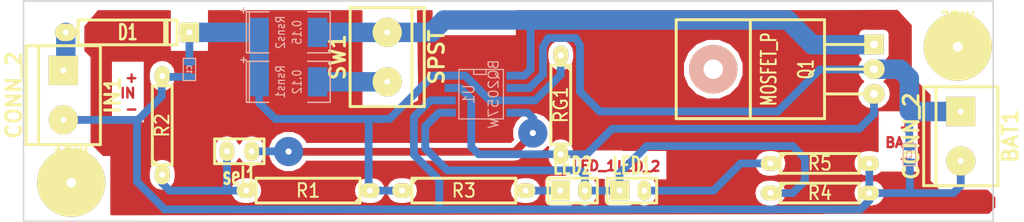
<source format=kicad_pcb>
(kicad_pcb (version 4) (host pcbnew 4.0.0-rc2-stable)

  (general
    (links 33)
    (no_connects 0)
    (area 55.779999 55.779999 245.210001 160.120001)
    (thickness 1.6)
    (drawings 19)
    (tracks 153)
    (zones 0)
    (modules 21)
    (nets 13)
  )

  (page A4)
  (title_block
    (title Cargador_DFV)
    (rev 1)
  )

  (layers
    (0 F.Cu signal)
    (31 B.Cu signal)
    (32 B.Adhes user hide)
    (33 F.Adhes user hide)
    (34 B.Paste user hide)
    (35 F.Paste user hide)
    (36 B.SilkS user)
    (37 F.SilkS user)
    (38 B.Mask user hide)
    (39 F.Mask user hide)
    (40 Dwgs.User user hide)
    (41 Cmts.User user hide)
    (42 Eco1.User user hide)
    (43 Eco2.User user hide)
    (44 Edge.Cuts user)
  )

  (setup
    (last_trace_width 0.8)
    (trace_clearance 0.254)
    (zone_clearance 0.508)
    (zone_45_only yes)
    (trace_min 0.254)
    (segment_width 0.2)
    (edge_width 0.15)
    (via_size 3)
    (via_drill 0.635)
    (via_min_size 0.889)
    (via_min_drill 0.508)
    (uvia_size 1.2)
    (uvia_drill 0.6)
    (uvias_allowed no)
    (uvia_min_size 0.508)
    (uvia_min_drill 0.127)
    (pcb_text_width 0.3)
    (pcb_text_size 1 1)
    (mod_edge_width 0.15)
    (mod_text_size 1 1)
    (mod_text_width 0.15)
    (pad_size 3 3)
    (pad_drill 0.6)
    (pad_to_mask_clearance 0)
    (aux_axis_origin 0 0)
    (visible_elements 7FFFC669)
    (pcbplotparams
      (layerselection 0x00000_80000000)
      (usegerberextensions false)
      (excludeedgelayer false)
      (linewidth 0.150000)
      (plotframeref true)
      (viasonmask false)
      (mode 1)
      (useauxorigin false)
      (hpglpennumber 1)
      (hpglpenspeed 20)
      (hpglpendiameter 15)
      (hpglpenoverlay 2)
      (psnegative false)
      (psa4output false)
      (plotreference true)
      (plotvalue true)
      (plotinvisibletext false)
      (padsonsilk true)
      (subtractmaskfromsilk false)
      (outputformat 4)
      (mirror false)
      (drillshape 2)
      (scaleselection 1)
      (outputdirectory FabricationOutputs/))
  )

  (net 0 "")
  (net 1 N-000001)
  (net 2 N-0000010)
  (net 3 N-0000011)
  (net 4 N-0000012)
  (net 5 N-000002)
  (net 6 N-000003)
  (net 7 N-000004)
  (net 8 N-000005)
  (net 9 N-000006)
  (net 10 N-000007)
  (net 11 N-000008)
  (net 12 N-000009)

  (net_class Default "This is the default net class."
    (clearance 0.254)
    (trace_width 0.8)
    (via_dia 3)
    (via_drill 0.635)
    (uvia_dia 1.2)
    (uvia_drill 0.6)
    (add_net N-000001)
    (add_net N-0000010)
    (add_net N-0000011)
    (add_net N-0000012)
    (add_net N-000003)
    (add_net N-000004)
    (add_net N-000007)
    (add_net N-000008)
  )

  (net_class Potencia ""
    (clearance 0.254)
    (trace_width 2)
    (via_dia 5)
    (via_drill 0.635)
    (uvia_dia 1.2)
    (uvia_drill 0.6)
    (add_net N-000002)
    (add_net N-000005)
    (add_net N-000006)
    (add_net N-000009)
  )

  (module SM2512 (layer B.Cu) (tedit 555CBB10) (tstamp 555B8A30)
    (at 124.46 100.33)
    (tags "CMS SM")
    (path /555B61D6)
    (attr smd)
    (fp_text reference Rsns1 (at -0.8001 0 270) (layer B.SilkS)
      (effects (font (size 0.889 0.762) (thickness 0.127)) (justify mirror))
    )
    (fp_text value 0.12 (at 0.89916 0 270) (layer B.SilkS)
      (effects (font (size 0.889 0.762) (thickness 0.127)) (justify mirror))
    )
    (fp_line (start -3.99956 2.10058) (end -3.99956 -2.10058) (layer B.SilkS) (width 0.14986))
    (fp_text user + (at -4.59994 -2.30124) (layer B.SilkS)
      (effects (font (size 0.7 0.7) (thickness 0.15)) (justify mirror))
    )
    (fp_line (start -4.30022 2.10058) (end -4.30022 -2.10058) (layer B.SilkS) (width 0.14986))
    (fp_line (start 4.30022 2.10058) (end 4.30022 -2.10058) (layer B.SilkS) (width 0.14986))
    (fp_line (start 1.99644 -2.10566) (end 4.28244 -2.10566) (layer B.SilkS) (width 0.14986))
    (fp_line (start 4.28244 2.10566) (end 1.99644 2.10566) (layer B.SilkS) (width 0.14986))
    (fp_line (start -1.99898 2.10566) (end -4.28498 2.10566) (layer B.SilkS) (width 0.14986))
    (fp_line (start -4.28244 -2.10566) (end -1.99644 -2.10566) (layer B.SilkS) (width 0.14986))
    (pad 1 smd rect (at -2.99974 0) (size 1.99898 2.99974) (layers B.Cu B.Paste B.Mask)
      (net 7 N-000004))
    (pad 2 smd rect (at 2.99974 0) (size 1.99898 2.99974) (layers B.Cu B.Paste B.Mask)
      (net 9 N-000006))
    (model smd\chip_smd_pol_wide.wrl
      (at (xyz 0 0 0))
      (scale (xyz 0.35 0.35 0.35))
      (rotate (xyz 0 0 0))
    )
  )

  (module SM2512 (layer B.Cu) (tedit 555CBAA3) (tstamp 555B8D3C)
    (at 124.46 95.25)
    (tags "CMS SM")
    (path /551A79B8)
    (attr smd)
    (fp_text reference Rsns2 (at -0.8001 0 270) (layer B.SilkS)
      (effects (font (size 0.889 0.762) (thickness 0.127)) (justify mirror))
    )
    (fp_text value 0.15 (at 0.89916 0 270) (layer B.SilkS)
      (effects (font (size 0.889 0.762) (thickness 0.127)) (justify mirror))
    )
    (fp_line (start -3.99956 2.10058) (end -3.99956 -2.10058) (layer B.SilkS) (width 0.14986))
    (fp_text user + (at -4.59994 -2.30124) (layer B.SilkS)
      (effects (font (size 0.7 0.7) (thickness 0.15)) (justify mirror))
    )
    (fp_line (start -4.30022 2.10058) (end -4.30022 -2.10058) (layer B.SilkS) (width 0.14986))
    (fp_line (start 4.30022 2.10058) (end 4.30022 -2.10058) (layer B.SilkS) (width 0.14986))
    (fp_line (start 1.99644 -2.10566) (end 4.28244 -2.10566) (layer B.SilkS) (width 0.14986))
    (fp_line (start 4.28244 2.10566) (end 1.99644 2.10566) (layer B.SilkS) (width 0.14986))
    (fp_line (start -1.99898 2.10566) (end -4.28498 2.10566) (layer B.SilkS) (width 0.14986))
    (fp_line (start -4.28244 -2.10566) (end -1.99644 -2.10566) (layer B.SilkS) (width 0.14986))
    (pad 1 smd rect (at -2.99974 0) (size 1.99898 2.99974) (layers B.Cu B.Paste B.Mask)
      (net 7 N-000004))
    (pad 2 smd rect (at 2.99974 0) (size 1.99898 2.99974) (layers B.Cu B.Paste B.Mask)
      (net 5 N-000002))
    (model smd\chip_smd_pol_wide.wrl
      (at (xyz 0 0 0))
      (scale (xyz 0.35 0.35 0.35))
      (rotate (xyz 0 0 0))
    )
  )

  (module SO8N (layer B.Cu) (tedit 555CBB43) (tstamp 555B8A14)
    (at 144.272 101.6 270)
    (descr "Module CMS SOJ 8 pins large")
    (tags "CMS SOJ")
    (path /555B9281)
    (attr smd)
    (fp_text reference U1 (at 0 1.27 270) (layer B.SilkS)
      (effects (font (size 1.143 1.016) (thickness 0.127)) (justify mirror))
    )
    (fp_text value BQ2057W (at 0 -1.27 270) (layer B.SilkS)
      (effects (font (size 1.016 1.016) (thickness 0.127)) (justify mirror))
    )
    (fp_line (start -2.54 2.286) (end 2.54 2.286) (layer B.SilkS) (width 0.127))
    (fp_line (start 2.54 2.286) (end 2.54 -2.286) (layer B.SilkS) (width 0.127))
    (fp_line (start 2.54 -2.286) (end -2.54 -2.286) (layer B.SilkS) (width 0.127))
    (fp_line (start -2.54 -2.286) (end -2.54 2.286) (layer B.SilkS) (width 0.127))
    (fp_line (start -2.54 0.762) (end -2.032 0.762) (layer B.SilkS) (width 0.127))
    (fp_line (start -2.032 0.762) (end -2.032 -0.508) (layer B.SilkS) (width 0.127))
    (fp_line (start -2.032 -0.508) (end -2.54 -0.508) (layer B.SilkS) (width 0.127))
    (pad 8 smd rect (at -1.905 3.175 270) (size 0.8 1.143) (layers B.Cu B.Paste B.Mask)
      (net 7 N-000004))
    (pad 7 smd rect (at -0.635 3.175 270) (size 0.8 1.143) (layers B.Cu B.Paste B.Mask)
      (net 2 N-0000010))
    (pad 6 smd rect (at 0.635 3.175 270) (size 0.8 1.143) (layers B.Cu B.Paste B.Mask)
      (net 4 N-0000012))
    (pad 5 smd rect (at 1.905 3.175 270) (size 0.8 1.143) (layers B.Cu B.Paste B.Mask)
      (net 6 N-000003))
    (pad 4 smd rect (at 1.905 -3.175 270) (size 0.8 1.143) (layers B.Cu B.Paste B.Mask)
      (net 1 N-000001))
    (pad 3 smd rect (at 0.635 -3.175 270) (size 0.508 1.143) (layers B.Cu B.Paste B.Mask)
      (net 7 N-000004))
    (pad 2 smd rect (at -0.635 -3.175 270) (size 0.8 1.143) (layers B.Cu B.Paste B.Mask)
      (net 12 N-000009))
    (pad 1 smd rect (at -1.905 -3.175 270) (size 0.8 1.143) (layers B.Cu B.Paste B.Mask)
      (net 5 N-000002))
    (model smd/cms_so8.wrl
      (at (xyz 0 0 0))
      (scale (xyz 0.5 0.38 0.5))
      (rotate (xyz 0 0 0))
    )
  )

  (module SM0603 (layer B.Cu) (tedit 555CBB4F) (tstamp 555B930E)
    (at 188.2648 107.7976 270)
    (path /551A7CA5)
    (attr smd)
    (fp_text reference C2 (at 0 0 270) (layer B.SilkS)
      (effects (font (size 0.508 0.4572) (thickness 0.1143)) (justify mirror))
    )
    (fp_text value 0.1uF (at 0 0 270) (layer B.SilkS) hide
      (effects (font (size 0.508 0.4572) (thickness 0.1143)) (justify mirror))
    )
    (fp_line (start -1.143 0.635) (end 1.143 0.635) (layer B.SilkS) (width 0.127))
    (fp_line (start 1.143 0.635) (end 1.143 -0.635) (layer B.SilkS) (width 0.127))
    (fp_line (start 1.143 -0.635) (end -1.143 -0.635) (layer B.SilkS) (width 0.127))
    (fp_line (start -1.143 -0.635) (end -1.143 0.635) (layer B.SilkS) (width 0.127))
    (pad 1 smd rect (at -0.762 0 270) (size 0.635 1.143) (layers B.Cu B.Paste B.Mask)
      (net 12 N-000009))
    (pad 2 smd rect (at 0.762 0 270) (size 0.635 1.143) (layers B.Cu B.Paste B.Mask)
      (net 4 N-0000012))
    (model smd\resistors\R0603.wrl
      (at (xyz 0 0 0.001))
      (scale (xyz 0.5 0.5 0.5))
      (rotate (xyz 0 0 0))
    )
  )

  (module SM0603 (layer B.Cu) (tedit 555CBAB3) (tstamp 555B8A44)
    (at 114.3 99.06 270)
    (path /551A7CB4)
    (attr smd)
    (fp_text reference C1 (at 0 0 270) (layer B.SilkS)
      (effects (font (size 0.508 0.4572) (thickness 0.1143)) (justify mirror))
    )
    (fp_text value 0.1uF (at 0 0 270) (layer B.SilkS) hide
      (effects (font (size 0.508 0.4572) (thickness 0.1143)) (justify mirror))
    )
    (fp_line (start -1.143 0.635) (end 1.143 0.635) (layer B.SilkS) (width 0.127))
    (fp_line (start 1.143 0.635) (end 1.143 -0.635) (layer B.SilkS) (width 0.127))
    (fp_line (start 1.143 -0.635) (end -1.143 -0.635) (layer B.SilkS) (width 0.127))
    (fp_line (start -1.143 -0.635) (end -1.143 0.635) (layer B.SilkS) (width 0.127))
    (pad 1 smd rect (at -0.762 0 270) (size 0.635 1.143) (layers B.Cu B.Paste B.Mask)
      (net 7 N-000004))
    (pad 2 smd rect (at 0.762 0 270) (size 0.635 1.143) (layers B.Cu B.Paste B.Mask)
      (net 4 N-0000012))
    (model smd\resistors\R0603.wrl
      (at (xyz 0 0 0.001))
      (scale (xyz 0.5 0.5 0.5))
      (rotate (xyz 0 0 0))
    )
  )

  (module R5 (layer F.Cu) (tedit 555BADE4) (tstamp 555B8A51)
    (at 142.494 111.506)
    (descr "Resistance 5 pas")
    (tags R)
    (path /551A7C59)
    (autoplace_cost180 10)
    (fp_text reference R3 (at 0 0) (layer F.SilkS)
      (effects (font (size 1.397 1.27) (thickness 0.2032)))
    )
    (fp_text value 511 (at 0 0) (layer F.SilkS) hide
      (effects (font (size 1.397 1.27) (thickness 0.2032)))
    )
    (fp_line (start -6.35 0) (end -5.334 0) (layer F.SilkS) (width 0.3048))
    (fp_line (start 6.35 0) (end 5.334 0) (layer F.SilkS) (width 0.3048))
    (fp_line (start 5.334 -1.27) (end 5.334 1.27) (layer F.SilkS) (width 0.3048))
    (fp_line (start 5.334 1.27) (end -5.334 1.27) (layer F.SilkS) (width 0.3048))
    (fp_line (start -5.334 1.27) (end -5.334 -1.27) (layer F.SilkS) (width 0.3048))
    (fp_line (start -5.334 -1.27) (end 5.334 -1.27) (layer F.SilkS) (width 0.3048))
    (fp_line (start -5.334 -0.762) (end -4.826 -1.27) (layer F.SilkS) (width 0.3048))
    (pad 1 thru_hole oval (at -6.35 0) (size 2 1.524) (drill 0.6) (layers *.Cu *.Mask F.SilkS)
      (net 7 N-000004))
    (pad 2 thru_hole oval (at 6.35 0) (size 2 1.524) (drill 0.6) (layers *.Cu *.Mask F.SilkS)
      (net 3 N-0000011))
    (model discret/resistor.wrl
      (at (xyz 0 0 0))
      (scale (xyz 0.5 0.5 0.5))
      (rotate (xyz 0 0 0))
    )
  )

  (module R5 (layer F.Cu) (tedit 555BADD2) (tstamp 555B8A92)
    (at 126.492 111.506 180)
    (descr "Resistance 5 pas")
    (tags R)
    (path /555B604B)
    (autoplace_cost180 10)
    (fp_text reference R1 (at 0 0 180) (layer F.SilkS)
      (effects (font (size 1.397 1.27) (thickness 0.2032)))
    )
    (fp_text value 10k (at 0 0 180) (layer F.SilkS) hide
      (effects (font (size 1.397 1.27) (thickness 0.2032)))
    )
    (fp_line (start -6.35 0) (end -5.334 0) (layer F.SilkS) (width 0.3048))
    (fp_line (start 6.35 0) (end 5.334 0) (layer F.SilkS) (width 0.3048))
    (fp_line (start 5.334 -1.27) (end 5.334 1.27) (layer F.SilkS) (width 0.3048))
    (fp_line (start 5.334 1.27) (end -5.334 1.27) (layer F.SilkS) (width 0.3048))
    (fp_line (start -5.334 1.27) (end -5.334 -1.27) (layer F.SilkS) (width 0.3048))
    (fp_line (start -5.334 -1.27) (end 5.334 -1.27) (layer F.SilkS) (width 0.3048))
    (fp_line (start -5.334 -0.762) (end -4.826 -1.27) (layer F.SilkS) (width 0.3048))
    (pad 1 thru_hole oval (at -6.35 0 180) (size 2 1.524) (drill 0.6) (layers *.Cu *.Mask F.SilkS)
      (net 7 N-000004))
    (pad 2 thru_hole oval (at 6.35 0 180) (size 2 1.524) (drill 0.6) (layers *.Cu *.Mask F.SilkS)
      (net 10 N-000007))
    (model discret/resistor.wrl
      (at (xyz 0 0 0))
      (scale (xyz 0.5 0.5 0.5))
      (rotate (xyz 0 0 0))
    )
  )

  (module D5 (layer F.Cu) (tedit 555BAE86) (tstamp 555B8AA2)
    (at 107.95 95.25)
    (descr "Diode 5 pas")
    (tags "DIODE DEV")
    (path /551BBC8E)
    (fp_text reference D1 (at 0 0) (layer F.SilkS)
      (effects (font (size 1.524 1.016) (thickness 0.3048)))
    )
    (fp_text value DIODESCH (at -0.254 0) (layer F.SilkS) hide
      (effects (font (size 1.524 1.016) (thickness 0.3048)))
    )
    (fp_line (start 6.35 0) (end 5.08 0) (layer F.SilkS) (width 0.3048))
    (fp_line (start 5.08 0) (end 5.08 -1.27) (layer F.SilkS) (width 0.3048))
    (fp_line (start 5.08 -1.27) (end -5.08 -1.27) (layer F.SilkS) (width 0.3048))
    (fp_line (start -5.08 -1.27) (end -5.08 0) (layer F.SilkS) (width 0.3048))
    (fp_line (start -5.08 0) (end -6.35 0) (layer F.SilkS) (width 0.3048))
    (fp_line (start -5.08 0) (end -5.08 1.27) (layer F.SilkS) (width 0.3048))
    (fp_line (start -5.08 1.27) (end 5.08 1.27) (layer F.SilkS) (width 0.3048))
    (fp_line (start 5.08 1.27) (end 5.08 0) (layer F.SilkS) (width 0.3048))
    (fp_line (start 3.81 -1.27) (end 3.81 1.27) (layer F.SilkS) (width 0.3048))
    (fp_line (start 4.064 -1.27) (end 4.064 1.27) (layer F.SilkS) (width 0.3048))
    (pad 1 thru_hole oval (at -6.35 0) (size 2.2 1.778) (drill 0.6) (layers *.Cu *.Mask F.SilkS)
      (net 8 N-000005))
    (pad 2 thru_hole rect (at 6.35 0) (size 2 2) (drill 0.6) (layers *.Cu *.Mask F.SilkS)
      (net 7 N-000004))
    (model discret/diode.wrl
      (at (xyz 0 0 0))
      (scale (xyz 0.5 0.5 0.5))
      (rotate (xyz 0 0 0))
    )
  )

  (module bornier2 (layer F.Cu) (tedit 5564F4E5) (tstamp 555B8AAD)
    (at 134.62 97.79 90)
    (descr "Bornier d'alimentation 2 pins")
    (tags DEV)
    (path /555B6268)
    (fp_text reference SW1 (at 0 -5.08 90) (layer F.SilkS)
      (effects (font (thickness 0.3048)))
    )
    (fp_text value SPST (at 0 5.08 90) (layer F.SilkS)
      (effects (font (thickness 0.3048)))
    )
    (fp_line (start 5.08 2.54) (end -5.08 2.54) (layer F.SilkS) (width 0.3048))
    (fp_line (start 5.08 3.81) (end 5.08 -3.81) (layer F.SilkS) (width 0.3048))
    (fp_line (start 5.08 -3.81) (end -5.08 -3.81) (layer F.SilkS) (width 0.3048))
    (fp_line (start -5.08 -3.81) (end -5.08 3.81) (layer F.SilkS) (width 0.3048))
    (fp_line (start -5.08 3.81) (end 5.08 3.81) (layer F.SilkS) (width 0.3048))
    (pad 1 thru_hole circle (at -2.54 0 90) (size 3 3) (drill 0.6) (layers *.Cu *.Mask F.SilkS)
      (net 9 N-000006))
    (pad 2 thru_hole circle (at 2.54 0 90) (size 3 3) (drill 0.6) (layers *.Cu *.Mask F.SilkS)
      (net 5 N-000002))
    (model device/bornier_2.wrl
      (at (xyz 0 0 0))
      (scale (xyz 1 1 1))
      (rotate (xyz 0 0 0))
    )
  )

  (module bornier2 (layer F.Cu) (tedit 555BAF2D) (tstamp 555B8AD9)
    (at 193.548 105.918 270)
    (descr "Bornier d'alimentation 2 pins")
    (tags DEV)
    (path /551BBF37)
    (fp_text reference BAT1 (at 0 -5.08 270) (layer F.SilkS)
      (effects (font (thickness 0.3048)))
    )
    (fp_text value CONN_2 (at 0 5.08 270) (layer F.SilkS)
      (effects (font (thickness 0.3048)))
    )
    (fp_line (start 5.08 2.54) (end -5.08 2.54) (layer F.SilkS) (width 0.3048))
    (fp_line (start 5.08 3.81) (end 5.08 -3.81) (layer F.SilkS) (width 0.3048))
    (fp_line (start 5.08 -3.81) (end -5.08 -3.81) (layer F.SilkS) (width 0.3048))
    (fp_line (start -5.08 -3.81) (end -5.08 3.81) (layer F.SilkS) (width 0.3048))
    (fp_line (start -5.08 3.81) (end 5.08 3.81) (layer F.SilkS) (width 0.3048))
    (pad 1 thru_hole rect (at -2.54 0 270) (size 3 3) (drill 0.6) (layers *.Cu *.Mask F.SilkS)
      (net 12 N-000009))
    (pad 2 thru_hole circle (at 2.54 0 270) (size 3 3) (drill 0.6) (layers *.Cu *.Mask F.SilkS)
      (net 4 N-0000012))
    (model device/bornier_2.wrl
      (at (xyz 0 0 0))
      (scale (xyz 1 1 1))
      (rotate (xyz 0 0 0))
    )
  )

  (module bornier2 (layer F.Cu) (tedit 555BAEC7) (tstamp 555B8AE4)
    (at 101.346 101.7016 270)
    (descr "Bornier d'alimentation 2 pins")
    (tags DEV)
    (path /551BBEB1)
    (fp_text reference IN1 (at 0 -5.08 270) (layer F.SilkS)
      (effects (font (thickness 0.3048)))
    )
    (fp_text value CONN_2 (at 0 5.08 270) (layer F.SilkS)
      (effects (font (thickness 0.3048)))
    )
    (fp_line (start 5.08 2.54) (end -5.08 2.54) (layer F.SilkS) (width 0.3048))
    (fp_line (start 5.08 3.81) (end 5.08 -3.81) (layer F.SilkS) (width 0.3048))
    (fp_line (start 5.08 -3.81) (end -5.08 -3.81) (layer F.SilkS) (width 0.3048))
    (fp_line (start -5.08 -3.81) (end -5.08 3.81) (layer F.SilkS) (width 0.3048))
    (fp_line (start -5.08 3.81) (end 5.08 3.81) (layer F.SilkS) (width 0.3048))
    (pad 1 thru_hole rect (at -2.54 0 270) (size 3 3) (drill 0.6) (layers *.Cu *.Mask F.SilkS)
      (net 8 N-000005))
    (pad 2 thru_hole circle (at 2.54 0 270) (size 3 3) (drill 0.6) (layers *.Cu *.Mask F.SilkS)
      (net 4 N-0000012))
    (model device/bornier_2.wrl
      (at (xyz 0 0 0))
      (scale (xyz 1 1 1))
      (rotate (xyz 0 0 0))
    )
  )

  (module SIL-2 (layer F.Cu) (tedit 555BAE52) (tstamp 555B8AB8)
    (at 119.4308 107.4674 180)
    (descr "Connecteurs 2 pins")
    (tags "CONN DEV")
    (path /555B5FED)
    (fp_text reference sel1 (at 0 -2.54 180) (layer F.SilkS)
      (effects (font (size 1.72974 1.08712) (thickness 0.3048)))
    )
    (fp_text value CONN_2 (at 0 -2.54 180) (layer F.SilkS) hide
      (effects (font (size 1.524 1.016) (thickness 0.3048)))
    )
    (fp_line (start -2.54 1.27) (end -2.54 -1.27) (layer F.SilkS) (width 0.3048))
    (fp_line (start -2.54 -1.27) (end 2.54 -1.27) (layer F.SilkS) (width 0.3048))
    (fp_line (start 2.54 -1.27) (end 2.54 1.27) (layer F.SilkS) (width 0.3048))
    (fp_line (start 2.54 1.27) (end -2.54 1.27) (layer F.SilkS) (width 0.3048))
    (pad 1 thru_hole oval (at -1.27 0 180) (size 1.5 2) (drill 0.6) (layers *.Cu *.Mask F.SilkS)
      (net 1 N-000001))
    (pad 2 thru_hole oval (at 1.27 0 180) (size 1.5 2) (drill 0.6) (layers *.Cu *.Mask F.SilkS)
      (net 10 N-000007))
    (model Pin_Array/pins_array_2x1.wrl
      (at (xyz 0 0 0))
      (scale (xyz 1 1 1))
      (rotate (xyz 0 0 0))
    )
  )

  (module 1pin (layer F.Cu) (tedit 555C7849) (tstamp 555C657A)
    (at 102.1588 110.6932)
    (descr "module 1 pin (ou trou mecanique de percage)")
    (tags DEV)
    (path 1pin)
    (fp_text reference 1PIN (at 0 -3.048) (layer F.SilkS)
      (effects (font (size 1.016 1.016) (thickness 0.254)))
    )
    (fp_text value P*** (at 0 2.794) (layer F.SilkS) hide
      (effects (font (size 1.016 1.016) (thickness 0.254)))
    )
    (fp_circle (center 0 0) (end 0 -2.286) (layer F.SilkS) (width 0.381))
    (pad 1 thru_hole circle (at 0 0) (size 7 7) (drill 1) (layers *.Cu *.Mask F.SilkS))
  )

  (module 1pin (layer F.Cu) (tedit 555C7842) (tstamp 555C65F0)
    (at 193.2432 96.7232)
    (descr "module 1 pin (ou trou mecanique de percage)")
    (tags DEV)
    (path 1pin)
    (fp_text reference 2PIN (at 0 -3.048) (layer F.SilkS)
      (effects (font (size 1.016 1.016) (thickness 0.254)))
    )
    (fp_text value P*** (at 0 2.794) (layer F.SilkS) hide
      (effects (font (size 1.016 1.016) (thickness 0.254)))
    )
    (fp_circle (center 0 0) (end 0 -2.286) (layer F.SilkS) (width 0.381))
    (pad 1 thru_hole circle (at 0 0) (size 7 7) (drill 1) (layers *.Cu *.Mask F.SilkS))
  )

  (module SIL-2 (layer F.Cu) (tedit 555C70B1) (tstamp 555B8AC3)
    (at 153.67 111.506)
    (descr "Connecteurs 2 pins")
    (tags "CONN DEV")
    (path /551BC05B)
    (fp_text reference LED2 (at 0 -2.54) (layer F.SilkS)
      (effects (font (size 1.72974 1.08712) (thickness 0.3048)))
    )
    (fp_text value CONN_2 (at 0 -2.54) (layer F.SilkS) hide
      (effects (font (size 1.524 1.016) (thickness 0.3048)))
    )
    (fp_line (start -2.54 1.27) (end -2.54 -1.27) (layer F.SilkS) (width 0.3048))
    (fp_line (start -2.54 -1.27) (end 2.54 -1.27) (layer F.SilkS) (width 0.3048))
    (fp_line (start 2.54 -1.27) (end 2.54 1.27) (layer F.SilkS) (width 0.3048))
    (fp_line (start 2.54 1.27) (end -2.54 1.27) (layer F.SilkS) (width 0.3048))
    (pad 1 thru_hole rect (at -1.27 0) (size 2 2) (drill 0.6) (layers *.Cu *.Mask F.SilkS)
      (net 3 N-0000011))
    (pad 2 thru_hole oval (at 1.27 0) (size 1.397 2) (drill 0.6) (layers *.Cu *.Mask F.SilkS)
      (net 6 N-000003))
    (model Pin_Array/pins_array_2x1.wrl
      (at (xyz 0 0 0))
      (scale (xyz 1 1 1))
      (rotate (xyz 0 0 0))
    )
  )

  (module SIL-2 (layer F.Cu) (tedit 555C70CA) (tstamp 555B8ACE)
    (at 159.766 111.506)
    (descr "Connecteurs 2 pins")
    (tags "CONN DEV")
    (path /551BBFC2)
    (fp_text reference LED1 (at 0 -2.54) (layer F.SilkS)
      (effects (font (size 1.72974 1.08712) (thickness 0.3048)))
    )
    (fp_text value CONN_2 (at 0 -2.54) (layer F.SilkS) hide
      (effects (font (size 1.524 1.016) (thickness 0.3048)))
    )
    (fp_line (start -2.54 1.27) (end -2.54 -1.27) (layer F.SilkS) (width 0.3048))
    (fp_line (start -2.54 -1.27) (end 2.54 -1.27) (layer F.SilkS) (width 0.3048))
    (fp_line (start 2.54 -1.27) (end 2.54 1.27) (layer F.SilkS) (width 0.3048))
    (fp_line (start 2.54 1.27) (end -2.54 1.27) (layer F.SilkS) (width 0.3048))
    (pad 1 thru_hole rect (at -1.27 0) (size 2 2) (drill 0.6) (layers *.Cu *.Mask F.SilkS)
      (net 6 N-000003))
    (pad 2 thru_hole oval (at 1.27 0) (size 1.397 2) (drill 0.6) (layers *.Cu *.Mask F.SilkS)
      (net 11 N-000008))
    (model Pin_Array/pins_array_2x1.wrl
      (at (xyz 0 0 0))
      (scale (xyz 1 1 1))
      (rotate (xyz 0 0 0))
    )
  )

  (module R4 (layer F.Cu) (tedit 555C70E6) (tstamp 555B8A6B)
    (at 179.07 108.712)
    (descr "Resitance 4 pas")
    (tags R)
    (path /551BB6C6)
    (autoplace_cost180 10)
    (fp_text reference R5 (at 0 0) (layer F.SilkS)
      (effects (font (size 1.397 1.27) (thickness 0.2032)))
    )
    (fp_text value 1k (at 0 0) (layer F.SilkS) hide
      (effects (font (size 1.397 1.27) (thickness 0.2032)))
    )
    (fp_line (start -5.08 0) (end -4.064 0) (layer F.SilkS) (width 0.3048))
    (fp_line (start -4.064 0) (end -4.064 -1.016) (layer F.SilkS) (width 0.3048))
    (fp_line (start -4.064 -1.016) (end 4.064 -1.016) (layer F.SilkS) (width 0.3048))
    (fp_line (start 4.064 -1.016) (end 4.064 1.016) (layer F.SilkS) (width 0.3048))
    (fp_line (start 4.064 1.016) (end -4.064 1.016) (layer F.SilkS) (width 0.3048))
    (fp_line (start -4.064 1.016) (end -4.064 0) (layer F.SilkS) (width 0.3048))
    (fp_line (start -4.064 -0.508) (end -3.556 -1.016) (layer F.SilkS) (width 0.3048))
    (fp_line (start 5.08 0) (end 4.064 0) (layer F.SilkS) (width 0.3048))
    (pad 1 thru_hole oval (at -5.08 0) (size 2 1.524) (drill 0.6) (layers *.Cu *.Mask F.SilkS)
      (net 11 N-000008))
    (pad 2 thru_hole oval (at 5.08 0) (size 2 1.524) (drill 0.6) (layers *.Cu *.Mask F.SilkS)
      (net 4 N-0000012))
    (model discret/resistor.wrl
      (at (xyz 0 0 0))
      (scale (xyz 0.4 0.4 0.4))
      (rotate (xyz 0 0 0))
    )
  )

  (module R4 (layer F.Cu) (tedit 555C70FC) (tstamp 555B8A78)
    (at 179.07 111.76)
    (descr "Resitance 4 pas")
    (tags R)
    (path /551BB6D5)
    (autoplace_cost180 10)
    (fp_text reference R4 (at 0 0) (layer F.SilkS)
      (effects (font (size 1.397 1.27) (thickness 0.2032)))
    )
    (fp_text value 1k (at 0 0) (layer F.SilkS) hide
      (effects (font (size 1.397 1.27) (thickness 0.2032)))
    )
    (fp_line (start -5.08 0) (end -4.064 0) (layer F.SilkS) (width 0.3048))
    (fp_line (start -4.064 0) (end -4.064 -1.016) (layer F.SilkS) (width 0.3048))
    (fp_line (start -4.064 -1.016) (end 4.064 -1.016) (layer F.SilkS) (width 0.3048))
    (fp_line (start 4.064 -1.016) (end 4.064 1.016) (layer F.SilkS) (width 0.3048))
    (fp_line (start 4.064 1.016) (end -4.064 1.016) (layer F.SilkS) (width 0.3048))
    (fp_line (start -4.064 1.016) (end -4.064 0) (layer F.SilkS) (width 0.3048))
    (fp_line (start -4.064 -0.508) (end -3.556 -1.016) (layer F.SilkS) (width 0.3048))
    (fp_line (start 5.08 0) (end 4.064 0) (layer F.SilkS) (width 0.3048))
    (pad 1 thru_hole oval (at -5.08 0) (size 2 1.524) (drill 0.6) (layers *.Cu *.Mask F.SilkS)
      (net 6 N-000003))
    (pad 2 thru_hole oval (at 5.08 0) (size 2 1.524) (drill 0.6) (layers *.Cu *.Mask F.SilkS)
      (net 4 N-0000012))
    (model discret/resistor.wrl
      (at (xyz 0 0 0))
      (scale (xyz 0.4 0.4 0.4))
      (rotate (xyz 0 0 0))
    )
  )

  (module R4 (layer F.Cu) (tedit 55649FAE) (tstamp 555B8A85)
    (at 111.506 104.8004 90)
    (descr "Resitance 4 pas")
    (tags R)
    (path /555B605B)
    (autoplace_cost180 10)
    (fp_text reference R2 (at 0 0 90) (layer F.SilkS)
      (effects (font (size 1.397 1.27) (thickness 0.2032)))
    )
    (fp_text value 10k (at 0 0 90) (layer F.SilkS) hide
      (effects (font (size 1.397 1.27) (thickness 0.2032)))
    )
    (fp_line (start -5.08 0) (end -4.064 0) (layer F.SilkS) (width 0.3048))
    (fp_line (start -4.064 0) (end -4.064 -1.016) (layer F.SilkS) (width 0.3048))
    (fp_line (start -4.064 -1.016) (end 4.064 -1.016) (layer F.SilkS) (width 0.3048))
    (fp_line (start 4.064 -1.016) (end 4.064 1.016) (layer F.SilkS) (width 0.3048))
    (fp_line (start 4.064 1.016) (end -4.064 1.016) (layer F.SilkS) (width 0.3048))
    (fp_line (start -4.064 1.016) (end -4.064 0) (layer F.SilkS) (width 0.3048))
    (fp_line (start -4.064 -0.508) (end -3.556 -1.016) (layer F.SilkS) (width 0.3048))
    (fp_line (start 5.08 0) (end 4.064 0) (layer F.SilkS) (width 0.3048))
    (pad 1 thru_hole oval (at -5.08 0 90) (size 2 1.54) (drill 0.6) (layers *.Cu *.Mask F.SilkS)
      (net 10 N-000007))
    (pad 2 thru_hole oval (at 5.08 0 90) (size 2 1.524) (drill 0.6) (layers *.Cu *.Mask F.SilkS)
      (net 4 N-0000012))
    (model discret/resistor.wrl
      (at (xyz 0 0 0))
      (scale (xyz 0.4 0.4 0.4))
      (rotate (xyz 0 0 0))
    )
  )

  (module TO220GDS (layer F.Cu) (tedit 555C7512) (tstamp 555D7EF9)
    (at 184.6326 99.0346 180)
    (descr "Transistor VMOS Irf530, TO220")
    (tags "TR TO220 DEV")
    (path /551A7A66)
    (fp_text reference Q1 (at 6.985 0 270) (layer F.SilkS)
      (effects (font (size 1.524 1.016) (thickness 0.2032)))
    )
    (fp_text value MOSFET_P (at 10.795 0 270) (layer F.SilkS)
      (effects (font (size 1.524 1.016) (thickness 0.2032)))
    )
    (fp_line (start 0 -2.54) (end 5.08 -2.54) (layer F.SilkS) (width 0.3048))
    (fp_line (start 0 0) (end 5.08 0) (layer F.SilkS) (width 0.3048))
    (fp_line (start 0 2.54) (end 5.08 2.54) (layer F.SilkS) (width 0.3048))
    (fp_line (start 5.08 -5.08) (end 20.32 -5.08) (layer F.SilkS) (width 0.3048))
    (fp_line (start 20.32 -5.08) (end 20.32 5.08) (layer F.SilkS) (width 0.3048))
    (fp_line (start 20.32 5.08) (end 5.08 5.08) (layer F.SilkS) (width 0.3048))
    (fp_line (start 5.08 5.08) (end 5.08 -5.08) (layer F.SilkS) (width 0.3048))
    (fp_line (start 12.7 5.08) (end 12.7 -5.08) (layer F.SilkS) (width 0.3048))
    (pad 4 thru_hole circle (at 16.51 0 180) (size 5 5) (drill 2) (layers *.Cu *.SilkS *.Mask))
    (pad G thru_hole oval (at 0 -2.54 180) (size 2.2 2) (drill 0.8) (layers *.Cu *.Mask F.SilkS)
      (net 2 N-0000010))
    (pad D thru_hole oval (at 0 0 180) (size 2.2 2) (drill 0.8) (layers *.Cu *.Mask F.SilkS)
      (net 12 N-000009))
    (pad S thru_hole rect (at 0 2.54 180) (size 2 2) (drill 0.8) (layers *.Cu *.Mask F.SilkS)
      (net 5 N-000002))
    (model discret/to220_horiz.wrl
      (at (xyz 0 0 0))
      (scale (xyz 1 1 1))
      (rotate (xyz 0 0 0))
    )
  )

  (module R4 (layer F.Cu) (tedit 55649F17) (tstamp 555B8A5E)
    (at 152.4508 102.6922 270)
    (descr "Resitance 4 pas")
    (tags R)
    (path /551A7C49)
    (autoplace_cost180 10)
    (fp_text reference RG1 (at 0 0 270) (layer F.SilkS)
      (effects (font (size 1.397 1.27) (thickness 0.2032)))
    )
    (fp_text value 1k (at 0 0 270) (layer F.SilkS) hide
      (effects (font (size 1.397 1.27) (thickness 0.2032)))
    )
    (fp_line (start -5.08 0) (end -4.064 0) (layer F.SilkS) (width 0.3048))
    (fp_line (start -4.064 0) (end -4.064 -1.016) (layer F.SilkS) (width 0.3048))
    (fp_line (start -4.064 -1.016) (end 4.064 -1.016) (layer F.SilkS) (width 0.3048))
    (fp_line (start 4.064 -1.016) (end 4.064 1.016) (layer F.SilkS) (width 0.3048))
    (fp_line (start 4.064 1.016) (end -4.064 1.016) (layer F.SilkS) (width 0.3048))
    (fp_line (start -4.064 1.016) (end -4.064 0) (layer F.SilkS) (width 0.3048))
    (fp_line (start -4.064 -0.508) (end -3.556 -1.016) (layer F.SilkS) (width 0.3048))
    (fp_line (start 5.08 0) (end 4.064 0) (layer F.SilkS) (width 0.3048))
    (pad 1 thru_hole oval (at -5.08 0 270) (size 2 1.54) (drill 0.6128) (layers *.Cu *.Mask F.SilkS)
      (net 7 N-000004))
    (pad 2 thru_hole oval (at 5.08 0 270) (size 2 1.524) (drill 0.6128) (layers *.Cu *.Mask F.SilkS)
      (net 2 N-0000010))
    (model discret/resistor.wrl
      (at (xyz 0 0 0))
      (scale (xyz 0.4 0.4 0.4))
      (rotate (xyz 0 0 0))
    )
  )

  (gr_line (start 97.2566 91.9988) (end 97.3074 91.9988) (angle 90) (layer Edge.Cuts) (width 0.15))
  (gr_line (start 97.2566 114.6556) (end 97.2566 91.9988) (angle 90) (layer Edge.Cuts) (width 0.15))
  (gr_line (start 196.8754 114.6556) (end 97.2566 114.6556) (angle 90) (layer Edge.Cuts) (width 0.15))
  (gr_line (start 196.8754 92.0242) (end 196.8754 114.6556) (angle 90) (layer Edge.Cuts) (width 0.15))
  (gr_line (start 97.282 92.0242) (end 196.8754 92.0242) (angle 90) (layer Edge.Cuts) (width 0.15))
  (gr_line (start 97.2566 92.0242) (end 97.2566 93.5228) (angle 90) (layer Eco2.User) (width 0.2))
  (gr_line (start 196.8754 92.0242) (end 97.2566 92.0242) (angle 90) (layer Eco2.User) (width 0.2))
  (gr_line (start 196.8754 114.6556) (end 196.8754 92.0242) (angle 90) (layer Eco2.User) (width 0.2))
  (gr_line (start 97.3328 114.6556) (end 196.8754 114.6556) (angle 90) (layer Eco2.User) (width 0.2))
  (gr_line (start 97.3328 93.1418) (end 97.3328 114.6556) (angle 90) (layer Eco2.User) (width 0.2))
  (gr_text DFV_2015 (at 143.5608 94.2086) (layer F.Cu)
    (effects (font (size 1 1) (thickness 0.25)))
  )
  (gr_text "  +\nBAT\n  -" (at 187.1218 106.5784) (layer F.Cu)
    (effects (font (size 1 1) (thickness 0.25)))
  )
  (gr_text " +\nIN\n -" (at 107.9754 101.4984) (layer F.Cu)
    (effects (font (size 1 1) (thickness 0.25)))
  )
  (gr_text LED_2 (at 160.4518 109.0168) (layer F.Cu)
    (effects (font (size 1 1) (thickness 0.25)))
  )
  (gr_text LED_1 (at 155.8798 108.966) (layer F.Cu)
    (effects (font (size 1 1) (thickness 0.25)))
  )
  (gr_line (start 55.88 160.02) (end 55.88 55.88) (angle 90) (layer Eco1.User) (width 0.2))
  (gr_line (start 245.11 160.02) (end 55.88 160.02) (angle 90) (layer Eco1.User) (width 0.2))
  (gr_line (start 245.11 55.88) (end 245.11 160.02) (angle 90) (layer Eco1.User) (width 0.2))
  (gr_line (start 55.88 55.88) (end 245.11 55.88) (angle 90) (layer Eco1.User) (width 0.2))

  (segment (start 120.7008 107.4674) (end 124.46 107.4674) (width 0.8) (layer B.Cu) (net 1))
  (segment (start 149.0472 103.505) (end 147.447 103.505) (width 0.8) (layer B.Cu) (net 1) (tstamp 5564F64C))
  (segment (start 149.6314 104.0892) (end 149.0472 103.505) (width 0.8) (layer B.Cu) (net 1) (tstamp 5564F649))
  (segment (start 149.6314 105.537) (end 149.6314 104.0892) (width 0.8) (layer B.Cu) (net 1) (tstamp 5564F644))
  (segment (start 149.5806 105.5878) (end 149.6314 105.537) (width 0.8) (layer B.Cu) (net 1) (tstamp 5564F643))
  (via (at 149.5806 105.5878) (size 3) (layers F.Cu B.Cu) (net 1))
  (segment (start 149.5806 105.664) (end 149.5806 105.5878) (width 0.8) (layer F.Cu) (net 1) (tstamp 5564F63E))
  (segment (start 147.7264 107.5182) (end 149.5806 105.664) (width 0.8) (layer F.Cu) (net 1) (tstamp 5564F627))
  (segment (start 124.5108 107.5182) (end 147.7264 107.5182) (width 0.8) (layer F.Cu) (net 1) (tstamp 5564F622))
  (segment (start 124.4854 107.4928) (end 124.5108 107.5182) (width 0.8) (layer F.Cu) (net 1) (tstamp 5564F621))
  (via (at 124.4854 107.4928) (size 3) (layers F.Cu B.Cu) (net 1))
  (segment (start 124.46 107.4674) (end 124.4854 107.4928) (width 0.8) (layer B.Cu) (net 1) (tstamp 5564F619))
  (segment (start 180.2892 105.156) (end 183.1086 105.156) (width 0.8) (layer B.Cu) (net 2))
  (segment (start 184.6326 103.632) (end 184.6326 101.5746) (width 0.8) (layer B.Cu) (net 2) (tstamp 5564F6E1))
  (segment (start 183.1086 105.156) (end 184.6326 103.632) (width 0.8) (layer B.Cu) (net 2) (tstamp 5564F6E0))
  (segment (start 152.4508 107.7722) (end 155.1178 107.7722) (width 0.8) (layer B.Cu) (net 2))
  (segment (start 155.448 107.442) (end 156.083 106.807) (width 0.8) (layer B.Cu) (net 2) (tstamp 5564F45D))
  (segment (start 157.099 105.791) (end 157.734 105.156) (width 0.8) (layer B.Cu) (net 2) (tstamp 5564A0BA))
  (segment (start 156.083 106.807) (end 157.099 105.791) (width 0.8) (layer B.Cu) (net 2) (tstamp 555CBCA8))
  (segment (start 157.734 105.156) (end 180.2892 105.156) (width 0.8) (layer B.Cu) (net 2) (tstamp 555CBCAC))
  (segment (start 180.2892 105.156) (end 180.467 105.156) (width 0.8) (layer B.Cu) (net 2) (tstamp 5564F6DE))
  (segment (start 155.1178 107.7722) (end 155.448 107.442) (width 0.8) (layer B.Cu) (net 2) (tstamp 5564F523))
  (segment (start 141.097 100.965) (end 142.113 100.965) (width 0.8) (layer B.Cu) (net 2))
  (segment (start 144.018 107.7722) (end 152.4508 107.7722) (width 0.8) (layer B.Cu) (net 2) (tstamp 5564F518))
  (segment (start 143.256 107.0102) (end 144.018 107.7722) (width 0.8) (layer B.Cu) (net 2) (tstamp 5564F516))
  (segment (start 143.256 102.108) (end 143.256 107.0102) (width 0.8) (layer B.Cu) (net 2) (tstamp 5564F511))
  (segment (start 142.113 100.965) (end 143.256 102.108) (width 0.8) (layer B.Cu) (net 2) (tstamp 5564F50F))
  (segment (start 148.844 111.506) (end 152.4 111.506) (width 0.8) (layer B.Cu) (net 3))
  (segment (start 141.097 102.235) (end 139.065 102.235) (width 0.8) (layer B.Cu) (net 4))
  (segment (start 139.9794 110.4392) (end 139.9794 113.4364) (width 0.8) (layer B.Cu) (net 4) (tstamp 5564F449))
  (segment (start 137.3632 107.823) (end 139.9794 110.4392) (width 0.8) (layer B.Cu) (net 4) (tstamp 5564F447))
  (segment (start 137.3632 103.9368) (end 137.3632 107.823) (width 0.8) (layer B.Cu) (net 4) (tstamp 5564F443))
  (segment (start 139.065 102.235) (end 137.3632 103.9368) (width 0.8) (layer B.Cu) (net 4) (tstamp 5564F440))
  (segment (start 108.9152 110.5916) (end 108.9152 104.2416) (width 0.8) (layer B.Cu) (net 4) (tstamp 555D8030))
  (segment (start 111.76 113.4364) (end 108.9152 110.5916) (width 0.8) (layer B.Cu) (net 4) (tstamp 555D802F))
  (segment (start 173.482 113.4364) (end 141.478 113.4364) (width 0.8) (layer B.Cu) (net 4) (tstamp 55649D3B))
  (segment (start 174.0916 113.4364) (end 173.482 113.4364) (width 0.8) (layer B.Cu) (net 4) (tstamp 555D802E))
  (segment (start 138.176 113.4364) (end 111.76 113.4364) (width 0.8) (layer B.Cu) (net 4) (tstamp 5564A044))
  (segment (start 141.478 113.4364) (end 139.9794 113.4364) (width 0.8) (layer B.Cu) (net 4) (tstamp 555CBCD8))
  (segment (start 139.9794 113.4364) (end 138.176 113.4364) (width 0.8) (layer B.Cu) (net 4) (tstamp 5564F44E))
  (segment (start 188.3156 108.6104) (end 188.2648 108.5596) (width 0.8) (layer B.Cu) (net 4) (tstamp 555D7FD8))
  (segment (start 188.3156 109.474) (end 188.3156 108.6104) (width 0.8) (layer B.Cu) (net 4) (tstamp 55649C9B))
  (segment (start 188.3156 109.6264) (end 188.3156 109.474) (width 0.8) (layer B.Cu) (net 4) (tstamp 555D7FD7))
  (segment (start 184.0484 108.7628) (end 184.0992 108.712) (width 0.8) (layer B.Cu) (net 4) (tstamp 555D7FB3))
  (segment (start 101.346 104.2416) (end 108.9152 104.2416) (width 0.8) (layer B.Cu) (net 4))
  (segment (start 108.9152 104.2416) (end 109.0168 104.2416) (width 0.8) (layer B.Cu) (net 4) (tstamp 555D8033))
  (segment (start 109.0168 104.2416) (end 111.4552 101.8032) (width 0.8) (layer B.Cu) (net 4) (tstamp 555D7F5F))
  (segment (start 111.4552 101.8032) (end 111.4552 99.7712) (width 0.8) (layer B.Cu) (net 4) (tstamp 555D7F60))
  (segment (start 111.4552 99.7712) (end 111.506 99.7204) (width 0.8) (layer B.Cu) (net 4) (tstamp 555D7F61))
  (segment (start 111.506 99.7204) (end 111.6076 99.822) (width 0.8) (layer B.Cu) (net 4) (tstamp 555D7F4B))
  (segment (start 111.6076 99.822) (end 114.3 99.822) (width 0.8) (layer B.Cu) (net 4) (tstamp 555D7F4C))
  (segment (start 184.0484 108.7628) (end 184.0992 108.712) (width 0.8) (layer B.Cu) (net 4) (tstamp 55649C46))
  (segment (start 193.548 110.998) (end 193.548 108.458) (width 0.8) (layer B.Cu) (net 4) (tstamp 55649D15))
  (segment (start 192.786 111.76) (end 193.548 110.998) (width 0.8) (layer B.Cu) (net 4) (tstamp 55649D13))
  (segment (start 188.468 111.76) (end 192.786 111.76) (width 0.8) (layer B.Cu) (net 4) (tstamp 55649D1C))
  (segment (start 184.15 111.76) (end 188.468 111.76) (width 0.8) (layer B.Cu) (net 4))
  (segment (start 188.3156 111.76) (end 188.468 111.76) (width 0.8) (layer B.Cu) (net 4) (tstamp 55649D19))
  (segment (start 188.3156 109.474) (end 188.3156 111.76) (width 0.8) (layer B.Cu) (net 4))
  (segment (start 184.15 112.522) (end 184.15 111.76) (width 0.8) (layer B.Cu) (net 4) (tstamp 55649D42))
  (segment (start 183.2356 113.4364) (end 184.15 112.522) (width 0.8) (layer B.Cu) (net 4) (tstamp 55649D3D))
  (segment (start 173.482 113.4364) (end 183.2356 113.4364) (width 0.8) (layer B.Cu) (net 4))
  (segment (start 184.15 108.712) (end 184.15 111.76) (width 0.8) (layer B.Cu) (net 4))
  (segment (start 184.6072 96.52) (end 182.245 96.52) (width 2) (layer B.Cu) (net 5))
  (segment (start 178.308 96.52) (end 182.245 96.52) (width 2) (layer B.Cu) (net 5) (tstamp 55649E00))
  (segment (start 175.768 93.98) (end 178.308 96.52) (width 2) (layer B.Cu) (net 5) (tstamp 55649DFB))
  (segment (start 175.768 93.98) (end 149.352 93.98) (width 2) (layer B.Cu) (net 5) (tstamp 55649E9C))
  (segment (start 184.6072 96.52) (end 184.6326 96.4946) (width 0.8) (layer B.Cu) (net 5) (tstamp 5564F6CE))
  (segment (start 134.62 95.25) (end 127.635 95.25) (width 2) (layer B.Cu) (net 5))
  (segment (start 139.192 95.25) (end 140.462 93.98) (width 2) (layer B.Cu) (net 5) (tstamp 55649DF7))
  (segment (start 134.62 95.25) (end 139.192 95.25) (width 2) (layer B.Cu) (net 5))
  (segment (start 140.462 93.98) (end 149.352 93.98) (width 2) (layer B.Cu) (net 5) (tstamp 55649DF9))
  (segment (start 148.717 99.695) (end 149.352 99.06) (width 0.8) (layer B.Cu) (net 5) (tstamp 55649E97))
  (segment (start 147.447 99.695) (end 148.717 99.695) (width 0.8) (layer B.Cu) (net 5))
  (segment (start 149.352 99.06) (end 149.352 93.98) (width 0.8) (layer B.Cu) (net 5) (tstamp 55649E99))
  (segment (start 141.097 103.505) (end 139.9286 103.505) (width 0.8) (layer B.Cu) (net 6))
  (segment (start 154.94 109.9566) (end 154.94 111.506) (width 0.8) (layer B.Cu) (net 6) (tstamp 5564F40E))
  (segment (start 154.4066 109.4232) (end 154.94 109.9566) (width 0.8) (layer B.Cu) (net 6) (tstamp 5564F40A))
  (segment (start 140.7922 109.4232) (end 154.4066 109.4232) (width 0.8) (layer B.Cu) (net 6) (tstamp 5564F404))
  (segment (start 138.5316 107.1626) (end 140.7922 109.4232) (width 0.8) (layer B.Cu) (net 6) (tstamp 5564F402))
  (segment (start 138.5316 104.902) (end 138.5316 107.1626) (width 0.8) (layer B.Cu) (net 6) (tstamp 5564F3F5))
  (segment (start 139.9286 103.505) (end 138.5316 104.902) (width 0.8) (layer B.Cu) (net 6) (tstamp 5564F3F3))
  (segment (start 154.94 111.506) (end 158.496 111.506) (width 0.8) (layer B.Cu) (net 6))
  (segment (start 158.496 109.728) (end 161.29 106.934) (width 0.8) (layer B.Cu) (net 6) (tstamp 5564A0EE))
  (segment (start 161.29 106.934) (end 176.276 106.934) (width 0.8) (layer B.Cu) (net 6) (tstamp 5564A0EF))
  (segment (start 176.276 106.934) (end 177.546 108.204) (width 0.8) (layer B.Cu) (net 6) (tstamp 5564A0F2))
  (segment (start 177.546 108.204) (end 177.546 110.49) (width 0.8) (layer B.Cu) (net 6) (tstamp 5564A0F4))
  (segment (start 177.546 110.49) (end 176.276 111.76) (width 0.8) (layer B.Cu) (net 6) (tstamp 5564A0F5))
  (segment (start 176.276 111.76) (end 173.99 111.76) (width 0.8) (layer B.Cu) (net 6) (tstamp 5564A0F7))
  (segment (start 158.496 111.506) (end 158.496 109.728) (width 0.8) (layer B.Cu) (net 6))
  (segment (start 147.447 102.235) (end 149.8092 102.235) (width 0.8) (layer B.Cu) (net 7))
  (segment (start 152.4508 99.5934) (end 152.4508 97.6122) (width 0.8) (layer B.Cu) (net 7) (tstamp 5564F506))
  (segment (start 149.8092 102.235) (end 152.4508 99.5934) (width 0.8) (layer B.Cu) (net 7) (tstamp 5564F503))
  (segment (start 132.715 108.458) (end 132.715 104.14) (width 0.8) (layer B.Cu) (net 7))
  (segment (start 132.715 104.14) (end 132.715 104.394) (width 0.8) (layer B.Cu) (net 7) (tstamp 555CBE7D))
  (segment (start 132.715 104.394) (end 132.715 104.14) (width 0.8) (layer B.Cu) (net 7) (tstamp 555CBE7F))
  (segment (start 128.5875 104.14) (end 132.715 104.14) (width 0.8) (layer B.Cu) (net 7))
  (segment (start 121.46026 100.33) (end 121.46026 102.47376) (width 0.8) (layer B.Cu) (net 7))
  (segment (start 122.428 103.4415) (end 123.1265 104.14) (width 0.8) (layer B.Cu) (net 7) (tstamp 55649E1A))
  (segment (start 121.46026 102.47376) (end 122.428 103.4415) (width 0.8) (layer B.Cu) (net 7) (tstamp 555BA3CB))
  (segment (start 127 104.14) (end 128.5875 104.14) (width 0.8) (layer B.Cu) (net 7) (tstamp 55649E1D))
  (segment (start 123.1265 104.14) (end 127 104.14) (width 0.8) (layer B.Cu) (net 7) (tstamp 555BA3D0))
  (segment (start 132.715 104.14) (end 134.112 104.14) (width 0.8) (layer B.Cu) (net 7) (tstamp 555CBE80))
  (segment (start 134.112 104.14) (end 134.239 104.14) (width 0.8) (layer B.Cu) (net 7) (tstamp 555CBE76))
  (segment (start 132.715 108.2675) (end 132.715 108.458) (width 0.8) (layer B.Cu) (net 7) (tstamp 555BA3D5))
  (segment (start 133.858 104.14) (end 133.731 104.14) (width 0.8) (layer B.Cu) (net 7) (tstamp 55649E5E))
  (segment (start 134.239 104.14) (end 133.858 104.14) (width 0.8) (layer B.Cu) (net 7) (tstamp 555CBE79))
  (segment (start 114.3 95.25) (end 121.46026 95.25) (width 2) (layer B.Cu) (net 7))
  (segment (start 121.46026 95.25) (end 121.46026 100.33) (width 2) (layer B.Cu) (net 7) (tstamp 555BA079))
  (segment (start 114.3 95.25) (end 114.3 98.425) (width 0.8) (layer B.Cu) (net 7))
  (segment (start 134.874 104.14) (end 139.319 99.695) (width 0.8) (layer B.Cu) (net 7) (tstamp 55649E60))
  (segment (start 139.319 99.695) (end 141.097 99.695) (width 0.8) (layer B.Cu) (net 7) (tstamp 55649E61))
  (segment (start 133.858 104.14) (end 134.874 104.14) (width 0.8) (layer B.Cu) (net 7))
  (segment (start 142.621 99.695) (end 145.161 102.235) (width 0.8) (layer B.Cu) (net 7) (tstamp 55649E6A))
  (segment (start 141.097 99.695) (end 142.621 99.695) (width 0.8) (layer B.Cu) (net 7))
  (segment (start 142.621 99.695) (end 141.097 99.695) (width 0.8) (layer B.Cu) (net 7) (tstamp 55649EBA))
  (segment (start 145.161 102.235) (end 142.621 99.695) (width 0.8) (layer B.Cu) (net 7) (tstamp 55649EB9))
  (segment (start 147.447 102.235) (end 145.161 102.235) (width 0.8) (layer B.Cu) (net 7))
  (segment (start 132.842 111.506) (end 136.144 111.506) (width 0.8) (layer B.Cu) (net 7))
  (segment (start 132.715 111.379) (end 132.842 111.506) (width 0.8) (layer B.Cu) (net 7) (tstamp 55649FF9))
  (segment (start 132.715 109.6645) (end 132.715 108.458) (width 0.8) (layer B.Cu) (net 7) (tstamp 555CBE7B))
  (segment (start 132.715 111.379) (end 132.715 109.6645) (width 0.8) (layer B.Cu) (net 7))
  (segment (start 101.6 95.25) (end 101.6 98.9076) (width 2) (layer B.Cu) (net 8))
  (segment (start 101.6 98.9076) (end 101.346 99.1616) (width 0.8) (layer B.Cu) (net 8) (tstamp 555D7F65))
  (segment (start 134.62 100.33) (end 127.635 100.33) (width 2) (layer B.Cu) (net 9))
  (segment (start 118.1608 107.4674) (end 118.1608 111.4552) (width 0.8) (layer B.Cu) (net 10))
  (segment (start 118.1608 111.4552) (end 118.11 111.506) (width 0.8) (layer B.Cu) (net 10) (tstamp 5564F5E2))
  (segment (start 111.506 110.744) (end 111.506 109.8804) (width 0.8) (layer B.Cu) (net 10) (tstamp 55649F9B))
  (segment (start 112.268 111.506) (end 111.506 110.744) (width 0.8) (layer B.Cu) (net 10) (tstamp 55649F97))
  (segment (start 118.11 111.506) (end 112.268 111.506) (width 0.8) (layer B.Cu) (net 10) (tstamp 55649FA2))
  (segment (start 120.142 111.506) (end 118.11 111.506) (width 0.8) (layer B.Cu) (net 10))
  (segment (start 168.148 111.506) (end 170.942 108.712) (width 0.8) (layer B.Cu) (net 11) (tstamp 5564A0E6))
  (segment (start 170.942 108.712) (end 173.99 108.712) (width 0.8) (layer B.Cu) (net 11) (tstamp 5564A0EA))
  (segment (start 161.036 111.506) (end 168.148 111.506) (width 0.8) (layer B.Cu) (net 11))
  (segment (start 193.548 103.378) (end 188.3156 103.378) (width 2) (layer B.Cu) (net 12))
  (segment (start 188.3156 103.378) (end 188.2648 103.3272) (width 0.8) (layer B.Cu) (net 12) (tstamp 5564F71C))
  (segment (start 184.6326 99.0346) (end 187.325 99.0346) (width 2) (layer B.Cu) (net 12))
  (segment (start 187.325 99.0346) (end 188.2648 99.9744) (width 2) (layer B.Cu) (net 12) (tstamp 5564F6FE))
  (segment (start 188.2648 99.9744) (end 188.2648 103.3272) (width 2) (layer B.Cu) (net 12) (tstamp 5564F700))
  (segment (start 188.2648 103.3272) (end 188.2648 104.14) (width 0.8) (layer B.Cu) (net 12) (tstamp 5564F722))
  (segment (start 188.2648 107.0356) (end 188.2648 104.14) (width 0.8) (layer B.Cu) (net 12))
  (segment (start 182.245 99.06) (end 184.2516 99.06) (width 0.8) (layer B.Cu) (net 12))
  (segment (start 188.2648 107.0356) (end 188.2648 106.2736) (width 0.8) (layer B.Cu) (net 12))
  (segment (start 150.622 99.568) (end 150.622 96.769369) (width 0.8) (layer B.Cu) (net 12) (tstamp 5564A06B))
  (segment (start 150.622 96.769369) (end 151.163413 95.8342) (width 0.8) (layer B.Cu) (net 12) (tstamp 5564A06E))
  (segment (start 151.163413 95.8342) (end 154.007019 95.8342) (width 0.8) (layer B.Cu) (net 12) (tstamp 5564A070))
  (segment (start 154.007019 95.8342) (end 154.432 96.60376) (width 0.8) (layer B.Cu) (net 12) (tstamp 5564A074))
  (segment (start 154.432 96.60376) (end 154.432 101.346) (width 0.8) (layer B.Cu) (net 12) (tstamp 5564A077))
  (segment (start 154.432 101.346) (end 156.464 103.378) (width 0.8) (layer B.Cu) (net 12) (tstamp 5564A08F))
  (segment (start 156.464 103.378) (end 174.752 103.378) (width 0.8) (layer B.Cu) (net 12) (tstamp 5564A091))
  (segment (start 174.752 103.378) (end 179.07 99.06) (width 0.8) (layer B.Cu) (net 12) (tstamp 5564A093))
  (segment (start 179.07 99.06) (end 182.245 99.06) (width 0.8) (layer B.Cu) (net 12) (tstamp 5564A09D))
  (segment (start 147.447 100.965) (end 149.225 100.965) (width 0.8) (layer B.Cu) (net 12))
  (segment (start 149.225 100.965) (end 150.622 99.568) (width 0.8) (layer B.Cu) (net 12) (tstamp 5564A069))

  (zone (net 0) (net_name "") (layer F.Cu) (tstamp 555BC6D6) (hatch edge 0.508)
    (priority 12)
    (connect_pads (clearance 0.508))
    (min_thickness 0.254)
    (fill yes (mode segment) (arc_segments 16) (thermal_gap 0.508) (thermal_bridge_width 0.508))
    (polygon
      (pts
        (xy 188.5188 110.6932) (xy 179.5145 113.919) (xy 106.172 114.046) (xy 106.172 107.95) (xy 105.41 107.95)
        (xy 104.14 106.68) (xy 104.14 97.79) (xy 103.505 97.155) (xy 103.505 94.615) (xy 104.902 92.964)
        (xy 112.395 92.964) (xy 112.395 97.155) (xy 116.205 97.155) (xy 116.205 92.964) (xy 132.08 92.964)
        (xy 132.08 102.87) (xy 136.525 102.87) (xy 137.795 102.235) (xy 137.795 100.33) (xy 137.668 92.964)
        (xy 178.308 92.964) (xy 187.071 92.9386) (xy 188.5188 94.5134)
      )
    )
    (filled_polygon
      (pts
        (xy 188.3918 110.603794) (xy 185.773621 111.541759) (xy 185.710692 111.225391) (xy 185.40786 110.772172) (xy 184.954641 110.46934)
        (xy 184.420032 110.363) (xy 183.879968 110.363) (xy 183.345359 110.46934) (xy 182.89214 110.772172) (xy 182.589308 111.225391)
        (xy 182.482968 111.76) (xy 182.589308 112.294609) (xy 182.798453 112.607616) (xy 179.492331 113.792038) (xy 175.657032 113.798679)
        (xy 175.657032 111.76) (xy 175.657032 108.712) (xy 175.550692 108.177391) (xy 175.24786 107.724172) (xy 174.794641 107.42134)
        (xy 174.260032 107.315) (xy 173.719968 107.315) (xy 173.185359 107.42134) (xy 172.73214 107.724172) (xy 172.429308 108.177391)
        (xy 172.322968 108.712) (xy 172.429308 109.246609) (xy 172.73214 109.699828) (xy 173.185359 110.00266) (xy 173.719968 110.109)
        (xy 174.260032 110.109) (xy 174.794641 110.00266) (xy 175.24786 109.699828) (xy 175.550692 109.246609) (xy 175.657032 108.712)
        (xy 175.657032 111.76) (xy 175.550692 111.225391) (xy 175.24786 110.772172) (xy 174.794641 110.46934) (xy 174.260032 110.363)
        (xy 173.719968 110.363) (xy 173.185359 110.46934) (xy 172.73214 110.772172) (xy 172.429308 111.225391) (xy 172.322968 111.76)
        (xy 172.429308 112.294609) (xy 172.73214 112.747828) (xy 173.185359 113.05066) (xy 173.719968 113.157) (xy 174.260032 113.157)
        (xy 174.794641 113.05066) (xy 175.24786 112.747828) (xy 175.550692 112.294609) (xy 175.657032 111.76) (xy 175.657032 113.798679)
        (xy 171.258143 113.806296) (xy 171.258143 98.413746) (xy 171.257306 98.41172) (xy 171.257305 98.409528) (xy 170.890391 97.523718)
        (xy 170.781873 97.261085) (xy 170.781414 97.260625) (xy 170.781164 97.260021) (xy 170.780108 97.259317) (xy 169.900753 96.378426)
        (xy 169.898013 96.377288) (xy 169.897179 96.376036) (xy 169.322693 96.138394) (xy 168.748926 95.900146) (xy 168.746734 95.900144)
        (xy 168.744708 95.899306) (xy 168.123112 95.899599) (xy 167.501746 95.899057) (xy 167.49972 95.899893) (xy 167.497528 95.899895)
        (xy 166.611718 96.266808) (xy 166.349085 96.375327) (xy 166.348625 96.375785) (xy 166.348021 96.376036) (xy 166.347317 96.377091)
        (xy 165.466426 97.256447) (xy 165.465288 97.259186) (xy 165.464036 97.260021) (xy 165.226394 97.834506) (xy 164.988146 98.408274)
        (xy 164.988144 98.410465) (xy 164.987306 98.412492) (xy 164.987599 99.034087) (xy 164.987057 99.655454) (xy 164.987893 99.657479)
        (xy 164.987895 99.659672) (xy 165.354808 100.545481) (xy 165.463327 100.808115) (xy 165.463785 100.808574) (xy 165.464036 100.809179)
        (xy 165.465091 100.809882) (xy 166.344447 101.690774) (xy 166.347186 101.691911) (xy 166.348021 101.693164) (xy 166.922506 101.930805)
        (xy 167.496274 102.169054) (xy 167.498465 102.169055) (xy 167.500492 102.169894) (xy 168.122087 102.1696) (xy 168.743454 102.170143)
        (xy 168.745479 102.169306) (xy 168.747672 102.169305) (xy 169.633481 101.802391) (xy 169.896115 101.693873) (xy 169.896574 101.693414)
        (xy 169.897179 101.693164) (xy 169.897882 101.692108) (xy 170.778774 100.812753) (xy 170.779911 100.810013) (xy 170.781164 100.809179)
        (xy 171.018805 100.234693) (xy 171.257054 99.660926) (xy 171.257055 99.658734) (xy 171.257894 99.656708) (xy 171.2576 99.035112)
        (xy 171.258143 98.413746) (xy 171.258143 113.806296) (xy 163.426086 113.819858) (xy 163.426086 110.4768) (xy 163.426086 107.3068)
        (xy 158.854086 107.3068) (xy 158.854086 107.256) (xy 153.8558 107.256) (xy 153.8558 97.874232) (xy 153.8558 97.350168)
        (xy 153.748851 96.812498) (xy 153.444285 96.356683) (xy 152.98847 96.052117) (xy 152.4508 95.945168) (xy 151.91313 96.052117)
        (xy 151.457315 96.356683) (xy 151.152749 96.812498) (xy 151.0458 97.350168) (xy 151.0458 97.874232) (xy 151.152749 98.411902)
        (xy 151.457315 98.867717) (xy 151.91313 99.172283) (xy 152.4508 99.279232) (xy 152.98847 99.172283) (xy 153.444285 98.867717)
        (xy 153.748851 98.411902) (xy 153.8558 97.874232) (xy 153.8558 107.256) (xy 153.798834 107.256) (xy 153.74146 106.967559)
        (xy 153.438628 106.51434) (xy 152.985409 106.211508) (xy 152.4508 106.105168) (xy 151.916191 106.211508) (xy 151.52475 106.47306)
        (xy 151.715228 106.014341) (xy 151.71597 105.164985) (xy 151.39162 104.38) (xy 150.791559 103.778891) (xy 150.007141 103.453172)
        (xy 149.157785 103.45243) (xy 148.3728 103.77678) (xy 147.771691 104.376841) (xy 147.445972 105.161259) (xy 147.44523 106.010615)
        (xy 147.540266 106.240621) (xy 147.297688 106.4832) (xy 126.378314 106.4832) (xy 126.29642 106.285) (xy 125.696359 105.683891)
        (xy 124.911941 105.358172) (xy 124.062585 105.35743) (xy 123.2776 105.68178) (xy 122.676491 106.281841) (xy 122.350772 107.066259)
        (xy 122.35003 107.915615) (xy 122.67438 108.7006) (xy 123.274441 109.301709) (xy 124.058859 109.627428) (xy 124.908215 109.62817)
        (xy 125.6932 109.30382) (xy 126.294309 108.703759) (xy 126.356826 108.5532) (xy 147.726394 108.5532) (xy 147.7264 108.553201)
        (xy 147.7264 108.5532) (xy 148.122477 108.474415) (xy 148.458256 108.250056) (xy 149.035227 107.673084) (xy 149.154059 107.722428)
        (xy 150.003415 107.72317) (xy 150.7884 107.39882) (xy 151.145206 107.042635) (xy 151.0538 107.502168) (xy 151.0538 108.042232)
        (xy 151.16014 108.576841) (xy 151.462972 109.03006) (xy 151.916191 109.332892) (xy 152.4508 109.439232) (xy 152.905514 109.348784)
        (xy 152.905514 109.85856) (xy 151.4 109.85856) (xy 151.157877 109.905537) (xy 150.945073 110.045327) (xy 150.802623 110.25636)
        (xy 150.75256 110.506) (xy 150.75256 112.506) (xy 150.799537 112.748123) (xy 150.939327 112.960927) (xy 151.15036 113.103377)
        (xy 151.4 113.15344) (xy 153.4 113.15344) (xy 153.642123 113.106463) (xy 153.854927 112.966673) (xy 153.988218 112.769207)
        (xy 153.997073 112.782459) (xy 154.429692 113.071525) (xy 154.94 113.173032) (xy 155.450308 113.071525) (xy 155.882927 112.782459)
        (xy 156.171993 112.34984) (xy 156.2735 111.839532) (xy 156.2735 111.172468) (xy 156.171993 110.66216) (xy 156.014196 110.426)
        (xy 156.864603 110.426) (xy 156.84856 110.506) (xy 156.84856 112.506) (xy 156.895537 112.748123) (xy 157.035327 112.960927)
        (xy 157.24636 113.103377) (xy 157.496 113.15344) (xy 159.496 113.15344) (xy 159.738123 113.106463) (xy 159.950927 112.966673)
        (xy 160.084218 112.769207) (xy 160.093073 112.782459) (xy 160.525692 113.071525) (xy 161.036 113.173032) (xy 161.546308 113.071525)
        (xy 161.978927 112.782459) (xy 162.267993 112.34984) (xy 162.3695 111.839532) (xy 162.3695 111.172468) (xy 162.267993 110.66216)
        (xy 162.144139 110.4768) (xy 163.426086 110.4768) (xy 163.426086 113.819858) (xy 150.511032 113.842222) (xy 150.511032 111.506)
        (xy 150.404692 110.971391) (xy 150.10186 110.518172) (xy 149.648641 110.21534) (xy 149.114032 110.109) (xy 148.573968 110.109)
        (xy 148.039359 110.21534) (xy 147.58614 110.518172) (xy 147.283308 110.971391) (xy 147.176968 111.506) (xy 147.283308 112.040609)
        (xy 147.58614 112.493828) (xy 148.039359 112.79666) (xy 148.573968 112.903) (xy 149.114032 112.903) (xy 149.648641 112.79666)
        (xy 150.10186 112.493828) (xy 150.404692 112.040609) (xy 150.511032 111.506) (xy 150.511032 113.842222) (xy 137.811032 113.864213)
        (xy 137.811032 111.506) (xy 137.704692 110.971391) (xy 137.40186 110.518172) (xy 136.948641 110.21534) (xy 136.414032 110.109)
        (xy 135.873968 110.109) (xy 135.339359 110.21534) (xy 134.88614 110.518172) (xy 134.583308 110.971391) (xy 134.493 111.425401)
        (xy 134.402692 110.971391) (xy 134.09986 110.518172) (xy 133.646641 110.21534) (xy 133.112032 110.109) (xy 132.571968 110.109)
        (xy 132.037359 110.21534) (xy 131.58414 110.518172) (xy 131.281308 110.971391) (xy 131.174968 111.506) (xy 131.281308 112.040609)
        (xy 131.58414 112.493828) (xy 132.037359 112.79666) (xy 132.571968 112.903) (xy 133.112032 112.903) (xy 133.646641 112.79666)
        (xy 134.09986 112.493828) (xy 134.402692 112.040609) (xy 134.493 111.586598) (xy 134.583308 112.040609) (xy 134.88614 112.493828)
        (xy 135.339359 112.79666) (xy 135.873968 112.903) (xy 136.414032 112.903) (xy 136.948641 112.79666) (xy 137.40186 112.493828)
        (xy 137.704692 112.040609) (xy 137.811032 111.506) (xy 137.811032 113.864213) (xy 122.0858 113.891443) (xy 122.0858 107.749432)
        (xy 122.0858 107.185368) (xy 121.980373 106.655351) (xy 121.680143 106.206025) (xy 121.230817 105.905795) (xy 120.7008 105.800368)
        (xy 120.170783 105.905795) (xy 119.721457 106.206025) (xy 119.4308 106.641023) (xy 119.140143 106.206025) (xy 118.690817 105.905795)
        (xy 118.1608 105.800368) (xy 117.630783 105.905795) (xy 117.181457 106.206025) (xy 116.881227 106.655351) (xy 116.7758 107.185368)
        (xy 116.7758 107.749432) (xy 116.881227 108.279449) (xy 117.181457 108.728775) (xy 117.630783 109.029005) (xy 118.1608 109.134432)
        (xy 118.690817 109.029005) (xy 119.140143 108.728775) (xy 119.4308 108.293776) (xy 119.721457 108.728775) (xy 120.170783 109.029005)
        (xy 120.7008 109.134432) (xy 121.230817 109.029005) (xy 121.680143 108.728775) (xy 121.980373 108.279449) (xy 122.0858 107.749432)
        (xy 122.0858 113.891443) (xy 121.809032 113.891922) (xy 121.809032 111.506) (xy 121.702692 110.971391) (xy 121.39986 110.518172)
        (xy 120.946641 110.21534) (xy 120.412032 110.109) (xy 119.871968 110.109) (xy 119.337359 110.21534) (xy 118.88414 110.518172)
        (xy 118.581308 110.971391) (xy 118.474968 111.506) (xy 118.581308 112.040609) (xy 118.88414 112.493828) (xy 119.337359 112.79666)
        (xy 119.871968 112.903) (xy 120.412032 112.903) (xy 120.946641 112.79666) (xy 121.39986 112.493828) (xy 121.702692 112.040609)
        (xy 121.809032 111.506) (xy 121.809032 113.891922) (xy 112.911 113.90733) (xy 112.911 110.142432) (xy 112.911 109.618368)
        (xy 112.903 109.578149) (xy 112.903 99.990432) (xy 112.903 99.450368) (xy 112.79666 98.915759) (xy 112.493828 98.46254)
        (xy 112.040609 98.159708) (xy 111.506 98.053368) (xy 110.971391 98.159708) (xy 110.518172 98.46254) (xy 110.21534 98.915759)
        (xy 110.109 99.450368) (xy 110.109 99.990432) (xy 110.21534 100.525041) (xy 110.518172 100.97826) (xy 110.971391 101.281092)
        (xy 111.506 101.387432) (xy 112.040609 101.281092) (xy 112.493828 100.97826) (xy 112.79666 100.525041) (xy 112.903 99.990432)
        (xy 112.903 109.578149) (xy 112.804051 109.080698) (xy 112.499485 108.624883) (xy 112.04367 108.320317) (xy 111.506 108.213368)
        (xy 110.96833 108.320317) (xy 110.512515 108.624883) (xy 110.207949 109.080698) (xy 110.101 109.618368) (xy 110.101 110.142432)
        (xy 110.207949 110.680102) (xy 110.512515 111.135917) (xy 110.96833 111.440483) (xy 111.506 111.547432) (xy 112.04367 111.440483)
        (xy 112.499485 111.135917) (xy 112.804051 110.680102) (xy 112.911 110.142432) (xy 112.911 113.90733) (xy 109.7354 113.912829)
        (xy 109.7354 104.6084) (xy 109.7354 98.1384) (xy 106.2154 98.1384) (xy 106.2154 104.6084) (xy 109.7354 104.6084)
        (xy 109.7354 113.912829) (xy 106.299 113.91878) (xy 106.299 110.143259) (xy 106.301146 109.908534) (xy 106.299 109.903216)
        (xy 106.299 107.823) (xy 105.462605 107.823) (xy 104.267 106.627395) (xy 104.267 97.737395) (xy 103.632 97.102395)
        (xy 103.632 94.661521) (xy 104.960902 93.091) (xy 112.268 93.091) (xy 112.268 97.282) (xy 116.332 97.282)
        (xy 116.332 93.091) (xy 131.953 93.091) (xy 131.953 102.997) (xy 136.554981 102.997) (xy 137.922 102.31349)
        (xy 137.922 100.328905) (xy 137.797209 93.091) (xy 139.157943 93.091) (xy 139.157943 95.6686) (xy 147.963658 95.6686)
        (xy 147.963658 93.091) (xy 178.308184 93.091) (xy 187.015392 93.065762) (xy 188.3918 94.562908) (xy 188.3918 103.2184)
        (xy 186.401591 103.2184) (xy 186.401591 101.5746) (xy 186.277134 100.948913) (xy 185.922711 100.41848) (xy 185.752277 100.3046)
        (xy 185.922711 100.19072) (xy 186.277134 99.660287) (xy 186.401591 99.0346) (xy 186.277134 98.408913) (xy 186.008645 98.00709)
        (xy 186.087527 97.955273) (xy 186.229977 97.74424) (xy 186.28004 97.4946) (xy 186.28004 95.4946) (xy 186.233063 95.252477)
        (xy 186.093273 95.039673) (xy 185.88224 94.897223) (xy 185.6326 94.84716) (xy 183.6326 94.84716) (xy 183.390477 94.894137)
        (xy 183.177673 95.033927) (xy 183.035223 95.24496) (xy 182.98516 95.4946) (xy 182.98516 97.4946) (xy 183.032137 97.736723)
        (xy 183.171927 97.949527) (xy 183.256756 98.006788) (xy 182.988066 98.408913) (xy 182.863609 99.0346) (xy 182.988066 99.660287)
        (xy 183.342489 100.19072) (xy 183.512922 100.3046) (xy 183.342489 100.41848) (xy 182.988066 100.948913) (xy 182.863609 101.5746)
        (xy 182.988066 102.200287) (xy 183.342489 102.73072) (xy 183.872922 103.085143) (xy 184.498609 103.2096) (xy 184.766591 103.2096)
        (xy 185.392278 103.085143) (xy 185.922711 102.73072) (xy 186.277134 102.200287) (xy 186.401591 101.5746) (xy 186.401591 103.2184)
        (xy 184.980848 103.2184) (xy 184.980848 107.438851) (xy 184.954641 107.42134) (xy 184.420032 107.315) (xy 183.879968 107.315)
        (xy 183.345359 107.42134) (xy 182.89214 107.724172) (xy 182.589308 108.177391) (xy 182.482968 108.712) (xy 182.589308 109.246609)
        (xy 182.89214 109.699828) (xy 183.345359 110.00266) (xy 183.879968 110.109) (xy 184.420032 110.109) (xy 184.954641 110.00266)
        (xy 185.40786 109.699828) (xy 185.415495 109.6884) (xy 188.3918 109.6884) (xy 188.3918 110.603794)
      )
    )
    (fill_segments
      (pts (xy 187.015392 93.065762) (xy 187.015392 93.065762))
      (pts (xy 112.268 93.268962) (xy 104.810319 93.268962))
      (pts (xy 131.953 93.268962) (xy 116.332 93.268962))
      (pts (xy 139.157943 93.268962) (xy 137.800277 93.268962))
      (pts (xy 187.202205 93.268962) (xy 147.963658 93.268962))
      (pts (xy 112.268 93.472162) (xy 104.638381 93.472162))
      (pts (xy 131.953 93.472162) (xy 116.332 93.472162))
      (pts (xy 139.157943 93.472162) (xy 137.80378 93.472162))
      (pts (xy 187.389018 93.472162) (xy 147.963658 93.472162))
      (pts (xy 112.268 93.675362) (xy 104.466442 93.675362))
      (pts (xy 131.953 93.675362) (xy 116.332 93.675362))
      (pts (xy 139.157943 93.675362) (xy 137.807284 93.675362))
      (pts (xy 187.575831 93.675362) (xy 147.963658 93.675362))
      (pts (xy 112.268 93.878562) (xy 104.294504 93.878562))
      (pts (xy 131.953 93.878562) (xy 116.332 93.878562))
      (pts (xy 139.157943 93.878562) (xy 137.810787 93.878562))
      (pts (xy 187.762644 93.878562) (xy 147.963658 93.878562))
      (pts (xy 112.268 94.081762) (xy 104.122566 94.081762))
      (pts (xy 131.953 94.081762) (xy 116.332 94.081762))
      (pts (xy 139.157943 94.081762) (xy 137.814291 94.081762))
      (pts (xy 187.949457 94.081762) (xy 147.963658 94.081762))
      (pts (xy 112.268 94.284962) (xy 103.950627 94.284962))
      (pts (xy 131.953 94.284962) (xy 116.332 94.284962))
      (pts (xy 139.157943 94.284962) (xy 137.817794 94.284962))
      (pts (xy 188.13627 94.284962) (xy 147.963658 94.284962))
      (pts (xy 112.268 94.488162) (xy 103.778689 94.488162))
      (pts (xy 131.953 94.488162) (xy 116.332 94.488162))
      (pts (xy 139.157943 94.488162) (xy 137.821297 94.488162))
      (pts (xy 188.323082 94.488162) (xy 147.963658 94.488162))
      (pts (xy 112.268 94.691362) (xy 103.632 94.691362))
      (pts (xy 131.953 94.691362) (xy 116.332 94.691362))
      (pts (xy 139.157943 94.691362) (xy 137.824801 94.691362))
      (pts (xy 188.3918 94.691362) (xy 147.963658 94.691362))
      (pts (xy 112.268 94.894562) (xy 103.632 94.894562))
      (pts (xy 131.953 94.894562) (xy 116.332 94.894562))
      (pts (xy 139.157943 94.894562) (xy 137.828304 94.894562))
      (pts (xy 183.38983 94.894562) (xy 147.963658 94.894562))
      (pts (xy 188.3918 94.894562) (xy 185.86897 94.894562))
      (pts (xy 112.268 95.097762) (xy 103.632 95.097762))
      (pts (xy 131.953 95.097762) (xy 116.332 95.097762))
      (pts (xy 139.157943 95.097762) (xy 137.831808 95.097762))
      (pts (xy 183.134583 95.097762) (xy 147.963658 95.097762))
      (pts (xy 188.3918 95.097762) (xy 186.131431 95.097762))
      (pts (xy 112.268 95.300962) (xy 103.632 95.300962))
      (pts (xy 131.953 95.300962) (xy 116.332 95.300962))
      (pts (xy 139.157943 95.300962) (xy 137.835311 95.300962))
      (pts (xy 183.023992 95.300962) (xy 147.963658 95.300962))
      (pts (xy 188.3918 95.300962) (xy 186.24247 95.300962))
      (pts (xy 112.268 95.504162) (xy 103.632 95.504162))
      (pts (xy 131.953 95.504162) (xy 116.332 95.504162))
      (pts (xy 139.157943 95.504162) (xy 137.838815 95.504162))
      (pts (xy 182.98516 95.504162) (xy 147.963658 95.504162))
      (pts (xy 188.3918 95.504162) (xy 186.28004 95.504162))
      (pts (xy 112.268 95.707362) (xy 103.632 95.707362))
      (pts (xy 131.953 95.707362) (xy 116.332 95.707362))
      (pts (xy 182.98516 95.707362) (xy 137.842318 95.707362))
      (pts (xy 188.3918 95.707362) (xy 186.28004 95.707362))
      (pts (xy 112.268 95.910562) (xy 103.632 95.910562))
      (pts (xy 131.953 95.910562) (xy 116.332 95.910562))
      (pts (xy 167.471775 95.910562) (xy 137.845821 95.910562))
      (pts (xy 182.98516 95.910562) (xy 168.77401 95.910562))
      (pts (xy 188.3918 95.910562) (xy 186.28004 95.910562))
      (pts (xy 112.268 96.113762) (xy 103.632 96.113762))
      (pts (xy 131.953 96.113762) (xy 116.332 96.113762))
      (pts (xy 151.820871 96.113762) (xy 137.849325 96.113762))
      (pts (xy 166.981205 96.113762) (xy 153.080728 96.113762))
      (pts (xy 182.98516 96.113762) (xy 169.263372 96.113762))
      (pts (xy 188.3918 96.113762) (xy 186.28004 96.113762))
      (pts (xy 112.268 96.316962) (xy 103.632 96.316962))
      (pts (xy 131.953 96.316962) (xy 116.332 96.316962))
      (pts (xy 151.516761 96.316962) (xy 137.852828 96.316962))
      (pts (xy 166.490337 96.316962) (xy 153.384838 96.316962))
      (pts (xy 182.98516 96.316962) (xy 169.75437 96.316962))
      (pts (xy 188.3918 96.316962) (xy 186.28004 96.316962))
      (pts (xy 112.268 96.520162) (xy 103.632 96.520162))
      (pts (xy 131.953 96.520162) (xy 116.332 96.520162))
      (pts (xy 151.348081 96.520162) (xy 137.856332 96.520162))
      (pts (xy 166.203996 96.520162) (xy 153.553518 96.520162))
      (pts (xy 182.98516 96.520162) (xy 170.042241 96.520162))
      (pts (xy 188.3918 96.520162) (xy 186.28004 96.520162))
      (pts (xy 112.268 96.723362) (xy 103.632 96.723362))
      (pts (xy 131.953 96.723362) (xy 116.332 96.723362))
      (pts (xy 151.212307 96.723362) (xy 137.859835 96.723362))
      (pts (xy 166.000441 96.723362) (xy 153.689292 96.723362))
      (pts (xy 182.98516 96.723362) (xy 170.245087 96.723362))
      (pts (xy 188.3918 96.723362) (xy 186.28004 96.723362))
      (pts (xy 112.268 96.926562) (xy 103.632 96.926562))
      (pts (xy 131.953 96.926562) (xy 116.332 96.926562))
      (pts (xy 151.13006 96.926562) (xy 137.863339 96.926562))
      (pts (xy 165.796886 96.926562) (xy 153.771539 96.926562))
      (pts (xy 182.98516 96.926562) (xy 170.447933 96.926562))
      (pts (xy 188.3918 96.926562) (xy 186.28004 96.926562))
      (pts (xy 112.268 97.129762) (xy 103.659367 97.129762))
      (pts (xy 131.953 97.129762) (xy 116.332 97.129762))
      (pts (xy 151.089641 97.129762) (xy 137.866842 97.129762))
      (pts (xy 165.593332 97.129762) (xy 153.811958 97.129762))
      (pts (xy 182.98516 97.129762) (xy 170.650778 97.129762))
      (pts (xy 188.3918 97.129762) (xy 186.28004 97.129762))
      (pts (xy 131.953 97.332962) (xy 103.862567 97.332962))
      (pts (xy 151.049222 97.332962) (xy 137.870346 97.332962))
      (pts (xy 165.433863 97.332962) (xy 153.852377 97.332962))
      (pts (xy 182.98516 97.332962) (xy 170.811572 97.332962))
      (pts (xy 188.3918 97.332962) (xy 186.28004 97.332962))
      (pts (xy 131.953 97.536162) (xy 104.065767 97.536162))
      (pts (xy 151.0458 97.536162) (xy 137.873849 97.536162))
      (pts (xy 165.349807 97.536162) (xy 153.8558 97.536162))
      (pts (xy 182.993224 97.536162) (xy 170.895545 97.536162))
      (pts (xy 188.3918 97.536162) (xy 186.271706 97.536162))
      (pts (xy 131.953 97.739362) (xy 104.267 97.739362))
      (pts (xy 151.0458 97.739362) (xy 137.877352 97.739362))
      (pts (xy 165.265751 97.739362) (xy 153.8558 97.739362))
      (pts (xy 183.033871 97.739362) (xy 170.979713 97.739362))
      (pts (xy 188.3918 97.739362) (xy 186.230956 97.739362))
      (pts (xy 131.953 97.942562) (xy 104.267 97.942562))
      (pts (xy 151.059392 97.942562) (xy 137.880856 97.942562))
      (pts (xy 153.8558 97.942562) (xy 153.842209 97.942562))
      (pts (xy 165.181525 97.942562) (xy 153.8558 97.942562))
      (pts (xy 183.167352 97.942562) (xy 171.063881 97.942562))
      (pts (xy 188.3918 97.942562) (xy 186.096108 97.942562))
      (pts (xy 106.2154 98.145762) (xy 104.267 98.145762))
      (pts (xy 111.041502 98.145762) (xy 109.7354 98.145762))
      (pts (xy 131.953 98.145762) (xy 111.970497 98.145762))
      (pts (xy 151.099811 98.145762) (xy 137.884359 98.145762))
      (pts (xy 153.8558 98.145762) (xy 153.80179 98.145762))
      (pts (xy 165.097149 98.145762) (xy 153.8558 98.145762))
      (pts (xy 183.163897 98.145762) (xy 171.148049 98.145762))
      (pts (xy 188.3918 98.145762) (xy 186.101302 98.145762))
      (pts (xy 106.2154 98.348962) (xy 104.267 98.348962))
      (pts (xy 110.688153 98.348962) (xy 109.7354 98.348962))
      (pts (xy 131.953 98.348962) (xy 112.323846 98.348962))
      (pts (xy 151.14023 98.348962) (xy 137.887863 98.348962))
      (pts (xy 153.8558 98.348962) (xy 153.761371 98.348962))
      (pts (xy 165.012774 98.348962) (xy 153.8558 98.348962))
      (pts (xy 183.028123 98.348962) (xy 171.232217 98.348962))
      (pts (xy 188.3918 98.348962) (xy 186.237076 98.348962))
      (pts (xy 106.2154 98.552162) (xy 104.267 98.552162))
      (pts (xy 110.458288 98.552162) (xy 109.7354 98.552162))
      (pts (xy 131.953 98.552162) (xy 112.553711 98.552162))
      (pts (xy 151.246468 98.552162) (xy 137.891366 98.552162))
      (pts (xy 153.8558 98.552162) (xy 153.655133 98.552162))
      (pts (xy 164.987372 98.552162) (xy 153.8558 98.552162))
      (pts (xy 171.258143 98.552162) (xy 171.258023 98.552162))
      (pts (xy 182.959571 98.552162) (xy 171.258143 98.552162))
      (pts (xy 188.3918 98.552162) (xy 186.305628 98.552162))
      (pts (xy 106.2154 98.755362) (xy 104.267 98.755362))
      (pts (xy 110.322514 98.755362) (xy 109.7354 98.755362))
      (pts (xy 131.953 98.755362) (xy 112.689485 98.755362))
      (pts (xy 151.382242 98.755362) (xy 137.89487 98.755362))
      (pts (xy 153.8558 98.755362) (xy 153.519359 98.755362))
      (pts (xy 164.987468 98.755362) (xy 153.8558 98.755362))
      (pts (xy 171.258143 98.755362) (xy 171.257845 98.755362))
      (pts (xy 182.919152 98.755362) (xy 171.258143 98.755362))
      (pts (xy 188.3918 98.755362) (xy 186.346047 98.755362))
      (pts (xy 106.2154 98.958562) (xy 104.267 98.958562))
      (pts (xy 110.206825 98.958562) (xy 109.7354 98.958562))
      (pts (xy 131.953 98.958562) (xy 112.805174 98.958562))
      (pts (xy 151.593275 98.958562) (xy 137.898373 98.958562))
      (pts (xy 153.8558 98.958562) (xy 153.308326 98.958562))
      (pts (xy 164.987564 98.958562) (xy 153.8558 98.958562))
      (pts (xy 171.258143 98.958562) (xy 171.257667 98.958562))
      (pts (xy 182.878733 98.958562) (xy 171.258143 98.958562))
      (pts (xy 188.3918 98.958562) (xy 186.386466 98.958562))
      (pts (xy 106.2154 99.161762) (xy 104.267 99.161762))
      (pts (xy 110.166407 99.161762) (xy 109.7354 99.161762))
      (pts (xy 131.953 99.161762) (xy 112.845592 99.161762))
      (pts (xy 151.897385 99.161762) (xy 137.901876 99.161762))
      (pts (xy 153.8558 99.161762) (xy 153.004216 99.161762))
      (pts (xy 164.987487 99.161762) (xy 153.8558 99.161762))
      (pts (xy 171.258143 99.161762) (xy 171.257659 99.161762))
      (pts (xy 182.888904 99.161762) (xy 171.258143 99.161762))
      (pts (xy 188.3918 99.161762) (xy 186.376297 99.161762))
      (pts (xy 106.2154 99.364962) (xy 104.267 99.364962))
      (pts (xy 110.125988 99.364962) (xy 109.7354 99.364962))
      (pts (xy 131.953 99.364962) (xy 112.886011 99.364962))
      (pts (xy 153.8558 99.364962) (xy 137.90538 99.364962))
      (pts (xy 164.98731 99.364962) (xy 153.8558 99.364962))
      (pts (xy 171.258143 99.364962) (xy 171.257756 99.364962))
      (pts (xy 182.929323 99.364962) (xy 171.258143 99.364962))
      (pts (xy 188.3918 99.364962) (xy 186.335878 99.364962))
      (pts (xy 106.2154 99.568162) (xy 104.267 99.568162))
      (pts (xy 110.109 99.568162) (xy 109.7354 99.568162))
      (pts (xy 131.953 99.568162) (xy 112.903 99.568162))
      (pts (xy 153.8558 99.568162) (xy 137.908883 99.568162))
      (pts (xy 164.987133 99.568162) (xy 153.8558 99.568162))
      (pts (xy 171.258143 99.568162) (xy 171.257852 99.568162))
      (pts (xy 182.969742 99.568162) (xy 171.258143 99.568162))
      (pts (xy 188.3918 99.568162) (xy 186.295459 99.568162))
      (pts (xy 106.2154 99.771362) (xy 104.267 99.771362))
      (pts (xy 110.109 99.771362) (xy 109.7354 99.771362))
      (pts (xy 131.953 99.771362) (xy 112.903 99.771362))
      (pts (xy 153.8558 99.771362) (xy 137.912387 99.771362))
      (pts (xy 165.034159 99.771362) (xy 153.8558 99.771362))
      (pts (xy 171.258143 99.771362) (xy 171.211197 99.771362))
      (pts (xy 183.062284 99.771362) (xy 171.258143 99.771362))
      (pts (xy 188.3918 99.771362) (xy 186.202917 99.771362))
      (pts (xy 106.2154 99.974562) (xy 104.267 99.974562))
      (pts (xy 110.109 99.974562) (xy 109.7354 99.974562))
      (pts (xy 131.953 99.974562) (xy 112.903 99.974562))
      (pts (xy 153.8558 99.974562) (xy 137.91589 99.974562))
      (pts (xy 165.118327 99.974562) (xy 153.8558 99.974562))
      (pts (xy 171.258143 99.974562) (xy 171.126821 99.974562))
      (pts (xy 183.198058 99.974562) (xy 171.258143 99.974562))
      (pts (xy 188.3918 99.974562) (xy 186.067143 99.974562))
      (pts (xy 106.2154 100.177762) (xy 104.267 100.177762))
      (pts (xy 110.146263 100.177762) (xy 109.7354 100.177762))
      (pts (xy 112.903 100.177762) (xy 112.865738 100.177762))
      (pts (xy 131.953 100.177762) (xy 112.903 100.177762))
      (pts (xy 153.8558 100.177762) (xy 137.919394 100.177762))
      (pts (xy 165.202495 100.177762) (xy 153.8558 100.177762))
      (pts (xy 171.258143 100.177762) (xy 171.042445 100.177762))
      (pts (xy 183.333831 100.177762) (xy 171.258143 100.177762))
      (pts (xy 188.3918 100.177762) (xy 185.93137 100.177762))
      (pts (xy 106.2154 100.380962) (xy 104.267 100.380962))
      (pts (xy 110.186681 100.380962) (xy 109.7354 100.380962))
      (pts (xy 112.903 100.380962) (xy 112.82532 100.380962))
      (pts (xy 131.953 100.380962) (xy 112.903 100.380962))
      (pts (xy 153.8558 100.380962) (xy 137.922 100.380962))
      (pts (xy 165.286663 100.380962) (xy 153.8558 100.380962))
      (pts (xy 171.258143 100.380962) (xy 170.9583 100.380962))
      (pts (xy 183.398638 100.380962) (xy 171.258143 100.380962))
      (pts (xy 188.3918 100.380962) (xy 185.866561 100.380962))
      (pts (xy 106.2154 100.584162) (xy 104.267 100.584162))
      (pts (xy 110.254844 100.584162) (xy 109.7354 100.584162))
      (pts (xy 112.903 100.584162) (xy 112.757157 100.584162))
      (pts (xy 131.953 100.584162) (xy 112.903 100.584162))
      (pts (xy 153.8558 100.584162) (xy 137.922 100.584162))
      (pts (xy 165.370791 100.584162) (xy 153.8558 100.584162))
      (pts (xy 171.258143 100.584162) (xy 170.874245 100.584162))
      (pts (xy 183.231784 100.584162) (xy 171.258143 100.584162))
      (pts (xy 188.3918 100.584162) (xy 186.033415 100.584162))
      (pts (xy 106.2154 100.787362) (xy 104.267 100.787362))
      (pts (xy 110.390618 100.787362) (xy 109.7354 100.787362))
      (pts (xy 112.903 100.787362) (xy 112.621383 100.787362))
      (pts (xy 131.953 100.787362) (xy 112.903 100.787362))
      (pts (xy 153.8558 100.787362) (xy 137.922 100.787362))
      (pts (xy 165.454752 100.787362) (xy 153.8558 100.787362))
      (pts (xy 171.258143 100.787362) (xy 170.790189 100.787362))
      (pts (xy 183.09601 100.787362) (xy 171.258143 100.787362))
      (pts (xy 188.3918 100.787362) (xy 186.169189 100.787362))
      (pts (xy 106.2154 100.990562) (xy 104.267 100.990562))
      (pts (xy 110.536584 100.990562) (xy 109.7354 100.990562))
      (pts (xy 112.903 100.990562) (xy 112.475417 100.990562))
      (pts (xy 131.953 100.990562) (xy 112.903 100.990562))
      (pts (xy 153.8558 100.990562) (xy 137.922 100.990562))
      (pts (xy 165.645456 100.990562) (xy 153.8558 100.990562))
      (pts (xy 171.258143 100.990562) (xy 170.600655 100.990562))
      (pts (xy 182.979781 100.990562) (xy 171.258143 100.990562))
      (pts (xy 188.3918 100.990562) (xy 186.285418 100.990562))
      (pts (xy 106.2154 101.193762) (xy 104.267 101.193762))
      (pts (xy 110.840693 101.193762) (xy 109.7354 101.193762))
      (pts (xy 112.903 101.193762) (xy 112.171308 101.193762))
      (pts (xy 131.953 101.193762) (xy 112.903 101.193762))
      (pts (xy 153.8558 101.193762) (xy 137.922 101.193762))
      (pts (xy 165.848302 101.193762) (xy 153.8558 101.193762))
      (pts (xy 171.258143 101.193762) (xy 170.3971 101.193762))
      (pts (xy 182.939362 101.193762) (xy 171.258143 101.193762))
      (pts (xy 188.3918 101.193762) (xy 186.325837 101.193762))
      (pts (xy 106.2154 101.396962) (xy 104.267 101.396962))
      (pts (xy 112.903 101.396962) (xy 109.7354 101.396962))
      (pts (xy 131.953 101.396962) (xy 112.903 101.396962))
      (pts (xy 153.8558 101.396962) (xy 137.922 101.396962))
      (pts (xy 166.051148 101.396962) (xy 153.8558 101.396962))
      (pts (xy 171.258143 101.396962) (xy 170.193544 101.396962))
      (pts (xy 182.898943 101.396962) (xy 171.258143 101.396962))
      (pts (xy 188.3918 101.396962) (xy 186.366256 101.396962))
      (pts (xy 106.2154 101.600162) (xy 104.267 101.600162))
      (pts (xy 112.903 101.600162) (xy 109.7354 101.600162))
      (pts (xy 131.953 101.600162) (xy 112.903 101.600162))
      (pts (xy 153.8558 101.600162) (xy 137.922 101.600162))
      (pts (xy 166.253993 101.600162) (xy 153.8558 101.600162))
      (pts (xy 171.258143 101.600162) (xy 169.989989 101.600162))
      (pts (xy 182.868694 101.600162) (xy 171.258143 101.600162))
      (pts (xy 186.401591 101.600162) (xy 186.396507 101.600162))
      (pts (xy 188.3918 101.600162) (xy 186.401591 101.600162))
      (pts (xy 106.2154 101.803362) (xy 104.267 101.803362))
      (pts (xy 112.903 101.803362) (xy 109.7354 101.803362))
      (pts (xy 131.953 101.803362) (xy 112.903 101.803362))
      (pts (xy 153.8558 101.803362) (xy 137.922 101.803362))
      (pts (xy 166.61442 101.803362) (xy 153.8558 101.803362))
      (pts (xy 171.258143 101.803362) (xy 169.631137 101.803362))
      (pts (xy 182.909113 101.803362) (xy 171.258143 101.803362))
      (pts (xy 186.401591 101.803362) (xy 186.356088 101.803362))
      (pts (xy 188.3918 101.803362) (xy 186.401591 101.803362))
      (pts (xy 106.2154 102.006562) (xy 104.267 102.006562))
      (pts (xy 112.903 102.006562) (xy 109.7354 102.006562))
      (pts (xy 131.953 102.006562) (xy 112.903 102.006562))
      (pts (xy 153.8558 102.006562) (xy 137.922 102.006562))
      (pts (xy 167.10495 102.006562) (xy 153.8558 102.006562))
      (pts (xy 171.258143 102.006562) (xy 169.140569 102.006562))
      (pts (xy 182.949532 102.006562) (xy 171.258143 102.006562))
      (pts (xy 186.401591 102.006562) (xy 186.315669 102.006562))
      (pts (xy 188.3918 102.006562) (xy 186.401591 102.006562))
      (pts (xy 106.2154 102.209762) (xy 104.267 102.209762))
      (pts (xy 112.903 102.209762) (xy 109.7354 102.209762))
      (pts (xy 131.953 102.209762) (xy 112.903 102.209762))
      (pts (xy 153.8558 102.209762) (xy 137.922 102.209762))
      (pts (xy 171.258143 102.209762) (xy 153.8558 102.209762))
      (pts (xy 182.994397 102.209762) (xy 171.258143 102.209762))
      (pts (xy 186.401591 102.209762) (xy 186.270804 102.209762))
      (pts (xy 188.3918 102.209762) (xy 186.401591 102.209762))
      (pts (xy 106.2154 102.412962) (xy 104.267 102.412962))
      (pts (xy 112.903 102.412962) (xy 109.7354 102.412962))
      (pts (xy 131.953 102.412962) (xy 112.903 102.412962))
      (pts (xy 153.8558 102.412962) (xy 137.723057 102.412962))
      (pts (xy 171.258143 102.412962) (xy 153.8558 102.412962))
      (pts (xy 183.130171 102.412962) (xy 171.258143 102.412962))
      (pts (xy 186.401591 102.412962) (xy 186.13503 102.412962))
      (pts (xy 188.3918 102.412962) (xy 186.401591 102.412962))
      (pts (xy 106.2154 102.616162) (xy 104.267 102.616162))
      (pts (xy 112.903 102.616162) (xy 109.7354 102.616162))
      (pts (xy 131.953 102.616162) (xy 112.903 102.616162))
      (pts (xy 153.8558 102.616162) (xy 137.316657 102.616162))
      (pts (xy 171.258143 102.616162) (xy 153.8558 102.616162))
      (pts (xy 183.265945 102.616162) (xy 171.258143 102.616162))
      (pts (xy 186.401591 102.616162) (xy 185.999256 102.616162))
      (pts (xy 188.3918 102.616162) (xy 186.401591 102.616162))
      (pts (xy 106.2154 102.819362) (xy 104.267 102.819362))
      (pts (xy 112.903 102.819362) (xy 109.7354 102.819362))
      (pts (xy 131.953 102.819362) (xy 112.903 102.819362))
      (pts (xy 153.8558 102.819362) (xy 136.910257 102.819362))
      (pts (xy 171.258143 102.819362) (xy 153.8558 102.819362))
      (pts (xy 183.475152 102.819362) (xy 171.258143 102.819362))
      (pts (xy 186.401591 102.819362) (xy 185.790049 102.819362))
      (pts (xy 188.3918 102.819362) (xy 186.401591 102.819362))
      (pts (xy 106.2154 103.022562) (xy 104.267 103.022562))
      (pts (xy 112.903 103.022562) (xy 109.7354 103.022562))
      (pts (xy 153.8558 103.022562) (xy 112.903 103.022562))
      (pts (xy 171.258143 103.022562) (xy 153.8558 103.022562))
      (pts (xy 183.779263 103.022562) (xy 171.258143 103.022562))
      (pts (xy 186.401591 103.022562) (xy 185.485938 103.022562))
      (pts (xy 188.3918 103.022562) (xy 186.401591 103.022562))
      (pts (xy 106.2154 103.225762) (xy 104.267 103.225762))
      (pts (xy 112.903 103.225762) (xy 109.7354 103.225762))
      (pts (xy 153.8558 103.225762) (xy 112.903 103.225762))
      (pts (xy 171.258143 103.225762) (xy 153.8558 103.225762))
      (pts (xy 184.980848 103.225762) (xy 171.258143 103.225762))
      (pts (xy 106.2154 103.428962) (xy 104.267 103.428962))
      (pts (xy 112.903 103.428962) (xy 109.7354 103.428962))
      (pts (xy 153.8558 103.428962) (xy 112.903 103.428962))
      (pts (xy 171.258143 103.428962) (xy 153.8558 103.428962))
      (pts (xy 184.980848 103.428962) (xy 171.258143 103.428962))
      (pts (xy 106.2154 103.632162) (xy 104.267 103.632162))
      (pts (xy 112.903 103.632162) (xy 109.7354 103.632162))
      (pts (xy 148.722801 103.632162) (xy 112.903 103.632162))
      (pts (xy 153.8558 103.632162) (xy 150.438196 103.632162))
      (pts (xy 171.258143 103.632162) (xy 153.8558 103.632162))
      (pts (xy 184.980848 103.632162) (xy 171.258143 103.632162))
      (pts (xy 106.2154 103.835362) (xy 104.267 103.835362))
      (pts (xy 112.903 103.835362) (xy 109.7354 103.835362))
      (pts (xy 148.314115 103.835362) (xy 112.903 103.835362))
      (pts (xy 153.8558 103.835362) (xy 150.847931 103.835362))
      (pts (xy 171.258143 103.835362) (xy 153.8558 103.835362))
      (pts (xy 184.980848 103.835362) (xy 171.258143 103.835362))
      (pts (xy 106.2154 104.038562) (xy 104.267 104.038562))
      (pts (xy 112.903 104.038562) (xy 109.7354 104.038562))
      (pts (xy 148.11056 104.038562) (xy 112.903 104.038562))
      (pts (xy 153.8558 104.038562) (xy 151.050777 104.038562))
      (pts (xy 171.258143 104.038562) (xy 153.8558 104.038562))
      (pts (xy 184.980848 104.038562) (xy 171.258143 104.038562))
      (pts (xy 106.2154 104.241762) (xy 104.267 104.241762))
      (pts (xy 112.903 104.241762) (xy 109.7354 104.241762))
      (pts (xy 147.907005 104.241762) (xy 112.903 104.241762))
      (pts (xy 153.8558 104.241762) (xy 151.253623 104.241762))
      (pts (xy 171.258143 104.241762) (xy 153.8558 104.241762))
      (pts (xy 184.980848 104.241762) (xy 171.258143 104.241762))
      (pts (xy 106.2154 104.444962) (xy 104.267 104.444962))
      (pts (xy 112.903 104.444962) (xy 109.7354 104.444962))
      (pts (xy 147.743404 104.444962) (xy 112.903 104.444962))
      (pts (xy 153.8558 104.444962) (xy 151.418461 104.444962))
      (pts (xy 171.258143 104.444962) (xy 153.8558 104.444962))
      (pts (xy 184.980848 104.444962) (xy 171.258143 104.444962))
      (pts (xy 109.7354 104.648162) (xy 104.267 104.648162))
      (pts (xy 112.903 104.648162) (xy 109.7354 104.648162))
      (pts (xy 147.659028 104.648162) (xy 112.903 104.648162))
      (pts (xy 153.8558 104.648162) (xy 151.502422 104.648162))
      (pts (xy 171.258143 104.648162) (xy 153.8558 104.648162))
      (pts (xy 184.980848 104.648162) (xy 171.258143 104.648162))
      (pts (xy 109.7354 104.851362) (xy 104.267 104.851362))
      (pts (xy 112.903 104.851362) (xy 109.7354 104.851362))
      (pts (xy 147.574652 104.851362) (xy 112.903 104.851362))
      (pts (xy 153.8558 104.851362) (xy 151.586383 104.851362))
      (pts (xy 171.258143 104.851362) (xy 153.8558 104.851362))
      (pts (xy 184.980848 104.851362) (xy 171.258143 104.851362))
      (pts (xy 109.7354 105.054562) (xy 104.267 105.054562))
      (pts (xy 112.903 105.054562) (xy 109.7354 105.054562))
      (pts (xy 147.490276 105.054562) (xy 112.903 105.054562))
      (pts (xy 153.8558 105.054562) (xy 151.670344 105.054562))
      (pts (xy 171.258143 105.054562) (xy 153.8558 105.054562))
      (pts (xy 184.980848 105.054562) (xy 171.258143 105.054562))
      (pts (xy 109.7354 105.257762) (xy 104.267 105.257762))
      (pts (xy 112.903 105.257762) (xy 109.7354 105.257762))
      (pts (xy 147.445887 105.257762) (xy 112.903 105.257762))
      (pts (xy 153.8558 105.257762) (xy 151.715889 105.257762))
      (pts (xy 171.258143 105.257762) (xy 153.8558 105.257762))
      (pts (xy 184.980848 105.257762) (xy 171.258143 105.257762))
      (pts (xy 109.7354 105.460962) (xy 104.267 105.460962))
      (pts (xy 112.903 105.460962) (xy 109.7354 105.460962))
      (pts (xy 123.812019 105.460962) (xy 112.903 105.460962))
      (pts (xy 147.44571 105.460962) (xy 125.159486 105.460962))
      (pts (xy 153.8558 105.460962) (xy 151.715712 105.460962))
      (pts (xy 171.258143 105.460962) (xy 153.8558 105.460962))
      (pts (xy 184.980848 105.460962) (xy 171.258143 105.460962))
      (pts (xy 109.7354 105.664162) (xy 104.267 105.664162))
      (pts (xy 112.903 105.664162) (xy 109.7354 105.664162))
      (pts (xy 123.320238 105.664162) (xy 112.903 105.664162))
      (pts (xy 147.445532 105.664162) (xy 125.648846 105.664162))
      (pts (xy 153.8558 105.664162) (xy 151.715534 105.664162))
      (pts (xy 171.258143 105.664162) (xy 153.8558 105.664162))
      (pts (xy 184.980848 105.664162) (xy 171.258143 105.664162))
      (pts (xy 109.7354 105.867362) (xy 104.267 105.867362))
      (pts (xy 112.903 105.867362) (xy 109.7354 105.867362))
      (pts (xy 117.823998 105.867362) (xy 112.903 105.867362))
      (pts (xy 120.363998 105.867362) (xy 118.497601 105.867362))
      (pts (xy 123.091693 105.867362) (xy 121.037601 105.867362))
      (pts (xy 147.445355 105.867362) (xy 125.87951 105.867362))
      (pts (xy 153.8558 105.867362) (xy 151.715357 105.867362))
      (pts (xy 171.258143 105.867362) (xy 153.8558 105.867362))
      (pts (xy 184.980848 105.867362) (xy 171.258143 105.867362))
      (pts (xy 109.7354 106.070562) (xy 104.267 106.070562))
      (pts (xy 112.903 106.070562) (xy 109.7354 106.070562))
      (pts (xy 117.384191 106.070562) (xy 112.903 106.070562))
      (pts (xy 119.924191 106.070562) (xy 118.937408 106.070562))
      (pts (xy 122.888138 106.070562) (xy 121.477408 106.070562))
      (pts (xy 147.47 106.070562) (xy 126.082355 106.070562))
      (pts (xy 153.8558 106.070562) (xy 151.691883 106.070562))
      (pts (xy 171.258143 106.070562) (xy 153.8558 106.070562))
      (pts (xy 184.980848 106.070562) (xy 171.258143 106.070562))
      (pts (xy 109.7354 106.273762) (xy 104.267 106.273762))
      (pts (xy 112.903 106.273762) (xy 109.7354 106.273762))
      (pts (xy 117.136196 106.273762) (xy 112.903 106.273762))
      (pts (xy 119.676196 106.273762) (xy 119.185403 106.273762))
      (pts (xy 122.684584 106.273762) (xy 121.725403 106.273762))
      (pts (xy 147.507125 106.273762) (xy 126.285201 106.273762))
      (pts (xy 151.823021 106.273762) (xy 151.607507 106.273762))
      (pts (xy 153.8558 106.273762) (xy 153.078578 106.273762))
      (pts (xy 171.258143 106.273762) (xy 153.8558 106.273762))
      (pts (xy 184.980848 106.273762) (xy 171.258143 106.273762))
      (pts (xy 109.7354 106.476962) (xy 104.267 106.476962))
      (pts (xy 112.903 106.476962) (xy 109.7354 106.476962))
      (pts (xy 117.000422 106.476962) (xy 112.903 106.476962))
      (pts (xy 119.540422 106.476962) (xy 119.321177 106.476962))
      (pts (xy 122.595469 106.476962) (xy 121.861177 106.476962))
      (pts (xy 147.303925 106.476962) (xy 126.375736 106.476962))
      (pts (xy 153.8558 106.476962) (xy 153.382688 106.476962))
      (pts (xy 171.258143 106.476962) (xy 153.8558 106.476962))
      (pts (xy 184.980848 106.476962) (xy 171.258143 106.476962))
      (pts (xy 109.7354 106.680162) (xy 104.319767 106.680162))
      (pts (xy 112.903 106.680162) (xy 109.7354 106.680162))
      (pts (xy 116.876291 106.680162) (xy 112.903 106.680162))
      (pts (xy 122.511093 106.680162) (xy 121.985308 106.680162))
      (pts (xy 153.8558 106.680162) (xy 153.549426 106.680162))
      (pts (xy 171.258143 106.680162) (xy 153.8558 106.680162))
      (pts (xy 184.980848 106.680162) (xy 171.258143 106.680162))
      (pts (xy 109.7354 106.883362) (xy 104.522967 106.883362))
      (pts (xy 112.903 106.883362) (xy 109.7354 106.883362))
      (pts (xy 116.835872 106.883362) (xy 112.903 106.883362))
      (pts (xy 122.426717 106.883362) (xy 122.025727 106.883362))
      (pts (xy 153.8558 106.883362) (xy 153.685201 106.883362))
      (pts (xy 171.258143 106.883362) (xy 153.8558 106.883362))
      (pts (xy 184.980848 106.883362) (xy 171.258143 106.883362))
      (pts (xy 109.7354 107.086562) (xy 104.726167 107.086562))
      (pts (xy 112.903 107.086562) (xy 109.7354 107.086562))
      (pts (xy 116.795453 107.086562) (xy 112.903 107.086562))
      (pts (xy 122.350754 107.086562) (xy 122.066146 107.086562))
      (pts (xy 151.136468 107.086562) (xy 151.101203 107.086562))
      (pts (xy 153.8558 107.086562) (xy 153.76513 107.086562))
      (pts (xy 171.258143 107.086562) (xy 153.8558 107.086562))
      (pts (xy 184.980848 107.086562) (xy 171.258143 107.086562))
      (pts (xy 109.7354 107.289762) (xy 104.929367 107.289762))
      (pts (xy 112.903 107.289762) (xy 109.7354 107.289762))
      (pts (xy 116.7758 107.289762) (xy 112.903 107.289762))
      (pts (xy 122.350576 107.289762) (xy 122.0858 107.289762))
      (pts (xy 151.096049 107.289762) (xy 150.897649 107.289762))
      (pts (xy 171.258143 107.289762) (xy 158.854086 107.289762))
      (pts (xy 184.980848 107.289762) (xy 171.258143 107.289762))
      (pts (xy 109.7354 107.492962) (xy 105.132567 107.492962))
      (pts (xy 112.903 107.492962) (xy 109.7354 107.492962))
      (pts (xy 116.7758 107.492962) (xy 112.903 107.492962))
      (pts (xy 122.350399 107.492962) (xy 122.0858 107.492962))
      (pts (xy 151.055631 107.492962) (xy 150.56056 107.492962))
      (pts (xy 171.258143 107.492962) (xy 163.426086 107.492962))
      (pts (xy 173.078169 107.492962) (xy 171.258143 107.492962))
      (pts (xy 183.238169 107.492962) (xy 174.90183 107.492962))
      (pts (xy 109.7354 107.696162) (xy 105.335767 107.696162))
      (pts (xy 112.903 107.696162) (xy 109.7354 107.696162))
      (pts (xy 116.7758 107.696162) (xy 112.903 107.696162))
      (pts (xy 122.350221 107.696162) (xy 122.0858 107.696162))
      (pts (xy 149.090805 107.696162) (xy 149.01215 107.696162))
      (pts (xy 151.0538 107.696162) (xy 150.06878 107.696162))
      (pts (xy 171.258143 107.696162) (xy 163.426086 107.696162))
      (pts (xy 172.774059 107.696162) (xy 171.258143 107.696162))
      (pts (xy 182.934059 107.696162) (xy 175.20594 107.696162))
      (pts (xy 109.7354 107.899362) (xy 106.299 107.899362))
      (pts (xy 112.903 107.899362) (xy 109.7354 107.899362))
      (pts (xy 116.805623 107.899362) (xy 112.903 107.899362))
      (pts (xy 122.0858 107.899362) (xy 122.055978 107.899362))
      (pts (xy 122.350044 107.899362) (xy 122.0858 107.899362))
      (pts (xy 151.0538 107.899362) (xy 148.80895 107.899362))
      (pts (xy 171.258143 107.899362) (xy 163.426086 107.899362))
      (pts (xy 172.615081 107.899362) (xy 171.258143 107.899362))
      (pts (xy 182.775081 107.899362) (xy 175.364918 107.899362))
      (pts (xy 109.7354 108.102562) (xy 106.299 108.102562))
      (pts (xy 112.903 108.102562) (xy 109.7354 108.102562))
      (pts (xy 116.846042 108.102562) (xy 112.903 108.102562))
      (pts (xy 122.0858 108.102562) (xy 122.015559 108.102562))
      (pts (xy 122.427276 108.102562) (xy 122.0858 108.102562))
      (pts (xy 151.065801 108.102562) (xy 148.60575 108.102562))
      (pts (xy 171.258143 108.102562) (xy 163.426086 108.102562))
      (pts (xy 172.479307 108.102562) (xy 171.258143 108.102562))
      (pts (xy 182.639307 108.102562) (xy 175.500692 108.102562))
      (pts (xy 109.7354 108.305762) (xy 106.299 108.305762))
      (pts (xy 111.041503 108.305762) (xy 109.7354 108.305762))
      (pts (xy 112.903 108.305762) (xy 111.970496 108.305762))
      (pts (xy 116.898809 108.305762) (xy 112.903 108.305762))
      (pts (xy 119.438809 108.305762) (xy 119.422792 108.305762))
      (pts (xy 122.0858 108.305762) (xy 121.962792 108.305762))
      (pts (xy 122.511236 108.305762) (xy 122.0858 108.305762))
      (pts (xy 151.10622 108.305762) (xy 148.374886 108.305762))
      (pts (xy 171.258143 108.305762) (xy 163.426086 108.305762))
      (pts (xy 172.403773 108.305762) (xy 171.258143 108.305762))
      (pts (xy 182.563773 108.305762) (xy 175.576226 108.305762))
      (pts (xy 109.7354 108.508962) (xy 106.299 108.508962))
      (pts (xy 110.686002 108.508962) (xy 109.7354 108.508962))
      (pts (xy 112.903 108.508962) (xy 112.325997 108.508962))
      (pts (xy 117.034583 108.508962) (xy 112.903 108.508962))
      (pts (xy 119.574583 108.508962) (xy 119.287018 108.508962))
      (pts (xy 122.0858 108.508962) (xy 121.827018 108.508962))
      (pts (xy 122.595197 108.508962) (xy 122.0858 108.508962))
      (pts (xy 151.146639 108.508962) (xy 147.948799 108.508962))
      (pts (xy 171.258143 108.508962) (xy 163.426086 108.508962))
      (pts (xy 172.363354 108.508962) (xy 171.258143 108.508962))
      (pts (xy 182.523354 108.508962) (xy 175.616645 108.508962))
      (pts (xy 109.7354 108.712162) (xy 106.299 108.712162))
      (pts (xy 110.454197 108.712162) (xy 109.7354 108.712162))
      (pts (xy 112.903 108.712162) (xy 112.557802 108.712162))
      (pts (xy 117.170357 108.712162) (xy 112.903 108.712162))
      (pts (xy 119.710357 108.712162) (xy 119.151244 108.712162))
      (pts (xy 122.0858 108.712162) (xy 121.691244 108.712162))
      (pts (xy 122.685922 108.712162) (xy 122.0858 108.712162))
      (pts (xy 151.250559 108.712162) (xy 126.285892 108.712162))
      (pts (xy 171.258143 108.712162) (xy 163.426086 108.712162))
      (pts (xy 172.323001 108.712162) (xy 171.258143 108.712162))
      (pts (xy 175.657032 108.712162) (xy 175.657 108.712162))
      (pts (xy 182.483001 108.712162) (xy 175.657032 108.712162))
      (pts (xy 109.7354 108.915362) (xy 106.299 108.915362))
      (pts (xy 110.318423 108.915362) (xy 109.7354 108.915362))
      (pts (xy 112.903 108.915362) (xy 112.693576 108.915362))
      (pts (xy 117.460705 108.915362) (xy 112.903 108.915362))
      (pts (xy 120.000705 108.915362) (xy 118.860896 108.915362))
      (pts (xy 122.0858 108.915362) (xy 121.400896 108.915362))
      (pts (xy 122.888768 108.915362) (xy 122.0858 108.915362))
      (pts (xy 151.386334 108.915362) (xy 126.082337 108.915362))
      (pts (xy 171.258143 108.915362) (xy 163.426086 108.915362))
      (pts (xy 172.36342 108.915362) (xy 171.258143 108.915362))
      (pts (xy 175.657032 108.915362) (xy 175.616581 108.915362))
      (pts (xy 182.52342 108.915362) (xy 175.657032 108.915362))
      (pts (xy 109.7354 109.118562) (xy 106.299 109.118562))
      (pts (xy 110.200417 109.118562) (xy 109.7354 109.118562))
      (pts (xy 112.903 109.118562) (xy 112.811582 109.118562))
      (pts (xy 118.081017 109.118562) (xy 112.903 109.118562))
      (pts (xy 120.621017 109.118562) (xy 118.240584 109.118562))
      (pts (xy 122.0858 109.118562) (xy 120.780584 109.118562))
      (pts (xy 123.091614 109.118562) (xy 122.0858 109.118562))
      (pts (xy 151.595425 109.118562) (xy 125.878782 109.118562))
      (pts (xy 171.258143 109.118562) (xy 163.426086 109.118562))
      (pts (xy 172.403838 109.118562) (xy 171.258143 109.118562))
      (pts (xy 175.657032 109.118562) (xy 175.576163 109.118562))
      (pts (xy 182.563838 109.118562) (xy 175.657032 109.118562))
      (pts (xy 109.7354 109.321762) (xy 106.299 109.321762))
      (pts (xy 110.159998 109.321762) (xy 109.7354 109.321762))
      (pts (xy 112.903 109.321762) (xy 112.852001 109.321762))
      (pts (xy 122.0858 109.321762) (xy 112.903 109.321762))
      (pts (xy 123.322734 109.321762) (xy 122.0858 109.321762))
      (pts (xy 151.899534 109.321762) (xy 125.649778 109.321762))
      (pts (xy 171.258143 109.321762) (xy 163.426086 109.321762))
      (pts (xy 172.479524 109.321762) (xy 171.258143 109.321762))
      (pts (xy 175.657032 109.321762) (xy 175.500477 109.321762))
      (pts (xy 182.639524 109.321762) (xy 175.657032 109.321762))
      (pts (xy 109.7354 109.524962) (xy 106.299 109.524962))
      (pts (xy 110.119579 109.524962) (xy 109.7354 109.524962))
      (pts (xy 112.903 109.524962) (xy 112.89242 109.524962))
      (pts (xy 122.0858 109.524962) (xy 112.903 109.524962))
      (pts (xy 123.812094 109.524962) (xy 122.0858 109.524962))
      (pts (xy 152.905514 109.524962) (xy 125.157997 109.524962))
      (pts (xy 171.258143 109.524962) (xy 163.426086 109.524962))
      (pts (xy 172.615298 109.524962) (xy 171.258143 109.524962))
      (pts (xy 175.657032 109.524962) (xy 175.364703 109.524962))
      (pts (xy 182.775298 109.524962) (xy 175.657032 109.524962))
      (pts (xy 109.7354 109.728162) (xy 106.299 109.728162))
      (pts (xy 110.101 109.728162) (xy 109.7354 109.728162))
      (pts (xy 122.0858 109.728162) (xy 112.911 109.728162))
      (pts (xy 152.905514 109.728162) (xy 122.0858 109.728162))
      (pts (xy 171.258143 109.728162) (xy 163.426086 109.728162))
      (pts (xy 172.774545 109.728162) (xy 171.258143 109.728162))
      (pts (xy 175.657032 109.728162) (xy 175.205456 109.728162))
      (pts (xy 182.934545 109.728162) (xy 175.657032 109.728162))
      (pts (xy 188.3918 109.728162) (xy 185.365456 109.728162))
      (pts (xy 109.7354 109.931362) (xy 106.300938 109.931362))
      (pts (xy 110.101 109.931362) (xy 109.7354 109.931362))
      (pts (xy 122.0858 109.931362) (xy 112.911 109.931362))
      (pts (xy 151.118563 109.931362) (xy 122.0858 109.931362))
      (pts (xy 171.258143 109.931362) (xy 163.426086 109.931362))
      (pts (xy 173.078655 109.931362) (xy 171.258143 109.931362))
      (pts (xy 175.657032 109.931362) (xy 174.901346 109.931362))
      (pts (xy 183.238655 109.931362) (xy 175.657032 109.931362))
      (pts (xy 188.3918 109.931362) (xy 185.061346 109.931362))
      (pts (xy 109.7354 110.134562) (xy 106.29908 110.134562))
      (pts (xy 110.101 110.134562) (xy 109.7354 110.134562))
      (pts (xy 119.743458 110.134562) (xy 112.911 110.134562))
      (pts (xy 122.0858 110.134562) (xy 120.540541 110.134562))
      (pts (xy 132.443458 110.134562) (xy 122.0858 110.134562))
      (pts (xy 135.745458 110.134562) (xy 133.240541 110.134562))
      (pts (xy 148.445458 110.134562) (xy 136.542541 110.134562))
      (pts (xy 150.884838 110.134562) (xy 149.242541 110.134562))
      (pts (xy 171.258143 110.134562) (xy 163.426086 110.134562))
      (pts (xy 175.657032 110.134562) (xy 171.258143 110.134562))
      (pts (xy 188.3918 110.134562) (xy 175.657032 110.134562))
      (pts (xy 109.7354 110.337762) (xy 106.299 110.337762))
      (pts (xy 110.139854 110.337762) (xy 109.7354 110.337762))
      (pts (xy 112.911 110.337762) (xy 112.872147 110.337762))
      (pts (xy 119.154141 110.337762) (xy 112.911 110.337762))
      (pts (xy 122.0858 110.337762) (xy 121.129858 110.337762))
      (pts (xy 131.854141 110.337762) (xy 122.0858 110.337762))
      (pts (xy 135.156141 110.337762) (xy 133.829858 110.337762))
      (pts (xy 147.856141 110.337762) (xy 137.131858 110.337762))
      (pts (xy 150.786298 110.337762) (xy 149.831858 110.337762))
      (pts (xy 171.258143 110.337762) (xy 163.426086 110.337762))
      (pts (xy 175.657032 110.337762) (xy 171.258143 110.337762))
      (pts (xy 188.3918 110.337762) (xy 175.657032 110.337762))
      (pts (xy 109.7354 110.540962) (xy 106.299 110.540962))
      (pts (xy 110.180273 110.540962) (xy 109.7354 110.540962))
      (pts (xy 112.911 110.540962) (xy 112.831728 110.540962))
      (pts (xy 118.868912 110.540962) (xy 112.911 110.540962))
      (pts (xy 122.0858 110.540962) (xy 121.415087 110.540962))
      (pts (xy 131.568912 110.540962) (xy 122.0858 110.540962))
      (pts (xy 134.870912 110.540962) (xy 134.115087 110.540962))
      (pts (xy 147.570912 110.540962) (xy 137.417087 110.540962))
      (pts (xy 150.75256 110.540962) (xy 150.117087 110.540962))
      (pts (xy 156.84856 110.540962) (xy 156.091011 110.540962))
      (pts (xy 163.426086 110.540962) (xy 162.18701 110.540962))
      (pts (xy 171.258143 110.540962) (xy 163.426086 110.540962))
      (pts (xy 173.078169 110.540962) (xy 171.258143 110.540962))
      (pts (xy 175.657032 110.540962) (xy 174.90183 110.540962))
      (pts (xy 183.238169 110.540962) (xy 175.657032 110.540962))
      (pts (xy 188.3918 110.540962) (xy 185.06183 110.540962))
      (pts (xy 109.7354 110.744162) (xy 106.299 110.744162))
      (pts (xy 110.250753 110.744162) (xy 109.7354 110.744162))
      (pts (xy 112.911 110.744162) (xy 112.761248 110.744162))
      (pts (xy 118.733137 110.744162) (xy 112.911 110.744162))
      (pts (xy 122.0858 110.744162) (xy 121.550862 110.744162))
      (pts (xy 131.433137 110.744162) (xy 122.0858 110.744162))
      (pts (xy 134.735137 110.744162) (xy 134.250862 110.744162))
      (pts (xy 147.435137 110.744162) (xy 137.552862 110.744162))
      (pts (xy 150.75256 110.744162) (xy 150.252862 110.744162))
      (pts (xy 156.84856 110.744162) (xy 156.188304 110.744162))
      (pts (xy 163.426086 110.744162) (xy 162.284304 110.744162))
      (pts (xy 171.258143 110.744162) (xy 163.426086 110.744162))
      (pts (xy 172.774059 110.744162) (xy 171.258143 110.744162))
      (pts (xy 175.657032 110.744162) (xy 175.20594 110.744162))
      (pts (xy 182.934059 110.744162) (xy 175.657032 110.744162))
      (pts (xy 187.999985 110.744162) (xy 185.36594 110.744162))
      (pts (xy 109.7354 110.947362) (xy 106.299 110.947362))
      (pts (xy 110.386527 110.947362) (xy 109.7354 110.947362))
      (pts (xy 112.911 110.947362) (xy 112.625474 110.947362))
      (pts (xy 118.597363 110.947362) (xy 112.911 110.947362))
      (pts (xy 122.0858 110.947362) (xy 121.686636 110.947362))
      (pts (xy 131.297363 110.947362) (xy 122.0858 110.947362))
      (pts (xy 134.599363 110.947362) (xy 134.386636 110.947362))
      (pts (xy 147.299363 110.947362) (xy 137.688636 110.947362))
      (pts (xy 150.75256 110.947362) (xy 150.388636 110.947362))
      (pts (xy 156.84856 110.947362) (xy 156.228723 110.947362))
      (pts (xy 163.426086 110.947362) (xy 162.324723 110.947362))
      (pts (xy 171.258143 110.947362) (xy 163.426086 110.947362))
      (pts (xy 172.615081 110.947362) (xy 171.258143 110.947362))
      (pts (xy 175.657032 110.947362) (xy 175.364918 110.947362))
      (pts (xy 182.775081 110.947362) (xy 175.657032 110.947362))
      (pts (xy 187.432784 110.947362) (xy 185.524918 110.947362))
      (pts (xy 109.7354 111.150562) (xy 106.299 111.150562))
      (pts (xy 110.534433 111.150562) (xy 109.7354 111.150562))
      (pts (xy 112.911 111.150562) (xy 112.477568 111.150562))
      (pts (xy 118.545668 111.150562) (xy 112.911 111.150562))
      (pts (xy 122.0858 111.150562) (xy 121.738331 111.150562))
      (pts (xy 131.245668 111.150562) (xy 122.0858 111.150562))
      (pts (xy 134.547668 111.150562) (xy 134.438331 111.150562))
      (pts (xy 147.247668 111.150562) (xy 137.740331 111.150562))
      (pts (xy 150.75256 111.150562) (xy 150.440331 111.150562))
      (pts (xy 156.84856 111.150562) (xy 156.269142 111.150562))
      (pts (xy 163.426086 111.150562) (xy 162.365142 111.150562))
      (pts (xy 171.258143 111.150562) (xy 163.426086 111.150562))
      (pts (xy 172.479307 111.150562) (xy 171.258143 111.150562))
      (pts (xy 175.657032 111.150562) (xy 175.500692 111.150562))
      (pts (xy 182.639307 111.150562) (xy 175.657032 111.150562))
      (pts (xy 186.865584 111.150562) (xy 185.660692 111.150562))
      (pts (xy 109.7354 111.353762) (xy 106.299 111.353762))
      (pts (xy 110.838543 111.353762) (xy 109.7354 111.353762))
      (pts (xy 112.911 111.353762) (xy 112.173458 111.353762))
      (pts (xy 118.505249 111.353762) (xy 112.911 111.353762))
      (pts (xy 122.0858 111.353762) (xy 121.77875 111.353762))
      (pts (xy 131.205249 111.353762) (xy 122.0858 111.353762))
      (pts (xy 134.507249 111.353762) (xy 134.47875 111.353762))
      (pts (xy 147.207249 111.353762) (xy 137.78075 111.353762))
      (pts (xy 150.75256 111.353762) (xy 150.48075 111.353762))
      (pts (xy 156.84856 111.353762) (xy 156.2735 111.353762))
      (pts (xy 163.426086 111.353762) (xy 162.3695 111.353762))
      (pts (xy 171.258143 111.353762) (xy 163.426086 111.353762))
      (pts (xy 172.403773 111.353762) (xy 171.258143 111.353762))
      (pts (xy 175.657032 111.353762) (xy 175.576226 111.353762))
      (pts (xy 182.563773 111.353762) (xy 175.657032 111.353762))
      (pts (xy 186.298384 111.353762) (xy 185.736226 111.353762))
      (pts (xy 109.7354 111.556962) (xy 106.299 111.556962))
      (pts (xy 112.911 111.556962) (xy 109.7354 111.556962))
      (pts (xy 118.485105 111.556962) (xy 112.911 111.556962))
      (pts (xy 121.809032 111.556962) (xy 121.798896 111.556962))
      (pts (xy 122.0858 111.556962) (xy 121.809032 111.556962))
      (pts (xy 131.185105 111.556962) (xy 122.0858 111.556962))
      (pts (xy 137.811032 111.556962) (xy 137.800896 111.556962))
      (pts (xy 147.187105 111.556962) (xy 137.811032 111.556962))
      (pts (xy 150.511032 111.556962) (xy 150.500896 111.556962))
      (pts (xy 150.75256 111.556962) (xy 150.511032 111.556962))
      (pts (xy 156.84856 111.556962) (xy 156.2735 111.556962))
      (pts (xy 163.426086 111.556962) (xy 162.3695 111.556962))
      (pts (xy 171.258143 111.556962) (xy 163.426086 111.556962))
      (pts (xy 172.363354 111.556962) (xy 171.258143 111.556962))
      (pts (xy 175.657032 111.556962) (xy 175.616645 111.556962))
      (pts (xy 182.523354 111.556962) (xy 175.657032 111.556962))
      (pts (xy 109.7354 111.760162) (xy 106.299 111.760162))
      (pts (xy 112.911 111.760162) (xy 109.7354 111.760162))
      (pts (xy 118.525524 111.760162) (xy 112.911 111.760162))
      (pts (xy 121.809032 111.760162) (xy 121.758477 111.760162))
      (pts (xy 122.0858 111.760162) (xy 121.809032 111.760162))
      (pts (xy 131.225524 111.760162) (xy 122.0858 111.760162))
      (pts (xy 134.527524 111.760162) (xy 134.458477 111.760162))
      (pts (xy 137.811032 111.760162) (xy 137.760477 111.760162))
      (pts (xy 147.227524 111.760162) (xy 137.811032 111.760162))
      (pts (xy 150.511032 111.760162) (xy 150.460477 111.760162))
      (pts (xy 150.75256 111.760162) (xy 150.511032 111.760162))
      (pts (xy 156.84856 111.760162) (xy 156.2735 111.760162))
      (pts (xy 163.426086 111.760162) (xy 162.3695 111.760162))
      (pts (xy 171.258143 111.760162) (xy 163.426086 111.760162))
      (pts (xy 172.323001 111.760162) (xy 171.258143 111.760162))
      (pts (xy 175.657032 111.760162) (xy 175.657 111.760162))
      (pts (xy 182.483001 111.760162) (xy 175.657032 111.760162))
      (pts (xy 109.7354 111.963362) (xy 106.299 111.963362))
      (pts (xy 112.911 111.963362) (xy 109.7354 111.963362))
      (pts (xy 118.565943 111.963362) (xy 112.911 111.963362))
      (pts (xy 121.809032 111.963362) (xy 121.718058 111.963362))
      (pts (xy 122.0858 111.963362) (xy 121.809032 111.963362))
      (pts (xy 131.265943 111.963362) (xy 122.0858 111.963362))
      (pts (xy 134.567943 111.963362) (xy 134.418058 111.963362))
      (pts (xy 137.811032 111.963362) (xy 137.720058 111.963362))
      (pts (xy 147.267943 111.963362) (xy 137.811032 111.963362))
      (pts (xy 150.511032 111.963362) (xy 150.420058 111.963362))
      (pts (xy 150.75256 111.963362) (xy 150.511032 111.963362))
      (pts (xy 156.84856 111.963362) (xy 156.248869 111.963362))
      (pts (xy 163.426086 111.963362) (xy 162.344869 111.963362))
      (pts (xy 171.258143 111.963362) (xy 163.426086 111.963362))
      (pts (xy 172.36342 111.963362) (xy 171.258143 111.963362))
      (pts (xy 175.657032 111.963362) (xy 175.616581 111.963362))
      (pts (xy 182.52342 111.963362) (xy 175.657032 111.963362))
      (pts (xy 109.7354 112.166562) (xy 106.299 112.166562))
      (pts (xy 112.911 112.166562) (xy 109.7354 112.166562))
      (pts (xy 118.665468 112.166562) (xy 112.911 112.166562))
      (pts (xy 121.809032 112.166562) (xy 121.618533 112.166562))
      (pts (xy 122.0858 112.166562) (xy 121.809032 112.166562))
      (pts (xy 131.365468 112.166562) (xy 122.0858 112.166562))
      (pts (xy 134.667468 112.166562) (xy 134.318533 112.166562))
      (pts (xy 137.811032 112.166562) (xy 137.620533 112.166562))
      (pts (xy 147.367468 112.166562) (xy 137.811032 112.166562))
      (pts (xy 150.511032 112.166562) (xy 150.320533 112.166562))
      (pts (xy 150.75256 112.166562) (xy 150.511032 112.166562))
      (pts (xy 156.84856 112.166562) (xy 156.20845 112.166562))
      (pts (xy 163.426086 112.166562) (xy 162.30445 112.166562))
      (pts (xy 171.258143 112.166562) (xy 163.426086 112.166562))
      (pts (xy 172.403838 112.166562) (xy 171.258143 112.166562))
      (pts (xy 175.657032 112.166562) (xy 175.576163 112.166562))
      (pts (xy 182.563838 112.166562) (xy 175.657032 112.166562))
      (pts (xy 109.7354 112.369762) (xy 106.299 112.369762))
      (pts (xy 112.911 112.369762) (xy 109.7354 112.369762))
      (pts (xy 118.801242 112.369762) (xy 112.911 112.369762))
      (pts (xy 121.809032 112.369762) (xy 121.482759 112.369762))
      (pts (xy 122.0858 112.369762) (xy 121.809032 112.369762))
      (pts (xy 131.501242 112.369762) (xy 122.0858 112.369762))
      (pts (xy 134.803242 112.369762) (xy 134.182759 112.369762))
      (pts (xy 137.811032 112.369762) (xy 137.484759 112.369762))
      (pts (xy 147.503242 112.369762) (xy 137.811032 112.369762))
      (pts (xy 150.511032 112.369762) (xy 150.184759 112.369762))
      (pts (xy 150.75256 112.369762) (xy 150.511032 112.369762))
      (pts (xy 156.84856 112.369762) (xy 156.158682 112.369762))
      (pts (xy 163.426086 112.369762) (xy 162.254682 112.369762))
      (pts (xy 171.258143 112.369762) (xy 163.426086 112.369762))
      (pts (xy 172.479524 112.369762) (xy 171.258143 112.369762))
      (pts (xy 175.657032 112.369762) (xy 175.500477 112.369762))
      (pts (xy 182.639524 112.369762) (xy 175.657032 112.369762))
      (pts (xy 109.7354 112.572962) (xy 106.299 112.572962))
      (pts (xy 112.911 112.572962) (xy 109.7354 112.572962))
      (pts (xy 119.002573 112.572962) (xy 112.911 112.572962))
      (pts (xy 121.809032 112.572962) (xy 121.281428 112.572962))
      (pts (xy 122.0858 112.572962) (xy 121.809032 112.572962))
      (pts (xy 131.702573 112.572962) (xy 122.0858 112.572962))
      (pts (xy 135.004573 112.572962) (xy 133.981428 112.572962))
      (pts (xy 137.811032 112.572962) (xy 137.283428 112.572962))
      (pts (xy 147.704573 112.572962) (xy 137.811032 112.572962))
      (pts (xy 150.511032 112.572962) (xy 149.983428 112.572962))
      (pts (xy 150.765553 112.572962) (xy 150.511032 112.572962))
      (pts (xy 156.861553 112.572962) (xy 156.022909 112.572962))
      (pts (xy 163.426086 112.572962) (xy 162.118909 112.572962))
      (pts (xy 171.258143 112.572962) (xy 163.426086 112.572962))
      (pts (xy 172.615298 112.572962) (xy 171.258143 112.572962))
      (pts (xy 175.657032 112.572962) (xy 175.364703 112.572962))
      (pts (xy 182.775298 112.572962) (xy 175.657032 112.572962))
      (pts (xy 109.7354 112.776162) (xy 106.299 112.776162))
      (pts (xy 112.911 112.776162) (xy 109.7354 112.776162))
      (pts (xy 119.306682 112.776162) (xy 112.911 112.776162))
      (pts (xy 121.809032 112.776162) (xy 120.977319 112.776162))
      (pts (xy 122.0858 112.776162) (xy 121.809032 112.776162))
      (pts (xy 132.006682 112.776162) (xy 122.0858 112.776162))
      (pts (xy 135.308682 112.776162) (xy 133.677319 112.776162))
      (pts (xy 137.811032 112.776162) (xy 136.979319 112.776162))
      (pts (xy 148.008682 112.776162) (xy 137.811032 112.776162))
      (pts (xy 150.511032 112.776162) (xy 149.679319 112.776162))
      (pts (xy 150.817956 112.776162) (xy 150.511032 112.776162))
      (pts (xy 153.992866 112.776162) (xy 153.983524 112.776162))
      (pts (xy 156.913956 112.776162) (xy 155.887135 112.776162))
      (pts (xy 160.088866 112.776162) (xy 160.079524 112.776162))
      (pts (xy 163.426086 112.776162) (xy 161.983135 112.776162))
      (pts (xy 171.258143 112.776162) (xy 163.426086 112.776162))
      (pts (xy 172.774545 112.776162) (xy 171.258143 112.776162))
      (pts (xy 175.657032 112.776162) (xy 175.205456 112.776162))
      (pts (xy 182.327984 112.776162) (xy 175.657032 112.776162))
      (pts (xy 109.7354 112.979362) (xy 106.299 112.979362))
      (pts (xy 112.911 112.979362) (xy 109.7354 112.979362))
      (pts (xy 121.809032 112.979362) (xy 112.911 112.979362))
      (pts (xy 122.0858 112.979362) (xy 121.809032 112.979362))
      (pts (xy 137.811032 112.979362) (xy 122.0858 112.979362))
      (pts (xy 150.511032 112.979362) (xy 137.811032 112.979362))
      (pts (xy 150.966638 112.979362) (xy 150.511032 112.979362))
      (pts (xy 154.29176 112.979362) (xy 153.835611 112.979362))
      (pts (xy 157.062638 112.979362) (xy 155.588241 112.979362))
      (pts (xy 160.38776 112.979362) (xy 159.931611 112.979362))
      (pts (xy 163.426086 112.979362) (xy 161.684241 112.979362))
      (pts (xy 171.258143 112.979362) (xy 163.426086 112.979362))
      (pts (xy 173.078655 112.979362) (xy 171.258143 112.979362))
      (pts (xy 175.657032 112.979362) (xy 174.901346 112.979362))
      (pts (xy 181.760784 112.979362) (xy 175.657032 112.979362))
      (pts (xy 109.7354 113.182562) (xy 106.299 113.182562))
      (pts (xy 112.911 113.182562) (xy 109.7354 113.182562))
      (pts (xy 121.809032 113.182562) (xy 112.911 113.182562))
      (pts (xy 122.0858 113.182562) (xy 121.809032 113.182562))
      (pts (xy 137.811032 113.182562) (xy 122.0858 113.182562))
      (pts (xy 150.511032 113.182562) (xy 137.811032 113.182562))
      (pts (xy 163.426086 113.182562) (xy 150.511032 113.182562))
      (pts (xy 171.258143 113.182562) (xy 163.426086 113.182562))
      (pts (xy 175.657032 113.182562) (xy 171.258143 113.182562))
      (pts (xy 181.193584 113.182562) (xy 175.657032 113.182562))
      (pts (xy 109.7354 113.385762) (xy 106.299 113.385762))
      (pts (xy 112.911 113.385762) (xy 109.7354 113.385762))
      (pts (xy 121.809032 113.385762) (xy 112.911 113.385762))
      (pts (xy 122.0858 113.385762) (xy 121.809032 113.385762))
      (pts (xy 137.811032 113.385762) (xy 122.0858 113.385762))
      (pts (xy 150.511032 113.385762) (xy 137.811032 113.385762))
      (pts (xy 163.426086 113.385762) (xy 150.511032 113.385762))
      (pts (xy 171.258143 113.385762) (xy 163.426086 113.385762))
      (pts (xy 175.657032 113.385762) (xy 171.258143 113.385762))
      (pts (xy 180.626384 113.385762) (xy 175.657032 113.385762))
      (pts (xy 109.7354 113.588962) (xy 106.299 113.588962))
      (pts (xy 112.911 113.588962) (xy 109.7354 113.588962))
      (pts (xy 121.809032 113.588962) (xy 112.911 113.588962))
      (pts (xy 122.0858 113.588962) (xy 121.809032 113.588962))
      (pts (xy 137.811032 113.588962) (xy 122.0858 113.588962))
      (pts (xy 150.511032 113.588962) (xy 137.811032 113.588962))
      (pts (xy 163.426086 113.588962) (xy 150.511032 113.588962))
      (pts (xy 171.258143 113.588962) (xy 163.426086 113.588962))
      (pts (xy 175.657032 113.588962) (xy 171.258143 113.588962))
      (pts (xy 180.059184 113.588962) (xy 175.657032 113.588962))
      (pts (xy 109.7354 113.792162) (xy 106.299 113.792162))
      (pts (xy 112.911 113.792162) (xy 109.7354 113.792162))
      (pts (xy 121.809032 113.792162) (xy 112.911 113.792162))
      (pts (xy 122.0858 113.792162) (xy 121.809032 113.792162))
      (pts (xy 137.811032 113.792162) (xy 122.0858 113.792162))
      (pts (xy 150.511032 113.792162) (xy 137.811032 113.792162))
      (pts (xy 163.426086 113.792162) (xy 150.511032 113.792162))
      (pts (xy 171.258143 113.792162) (xy 163.426086 113.792162))
      (pts (xy 175.657032 113.792162) (xy 171.258143 113.792162))
      (pts (xy 179.420718 113.792162) (xy 175.657032 113.792162))
    )
  )
  (zone (net 0) (net_name "") (layer F.Cu) (tstamp 555D8036) (hatch edge 0.508)
    (connect_pads (clearance 0.508))
    (min_thickness 0.254)
    (fill yes (arc_segments 16) (thermal_gap 0.508) (thermal_bridge_width 0.508))
    (polygon
      (pts
        (xy 179.832 103.4288) (xy 183.0832 103.4288) (xy 184.0484 102.4636) (xy 184.0484 94.2848) (xy 184.8612 93.472)
        (xy 187.3504 93.472) (xy 187.96 94.0816) (xy 188.468 94.5896) (xy 188.468 99.6696) (xy 189.484 100.6856)
        (xy 190.4492 101.6508) (xy 190.4492 110.49) (xy 191.3636 111.4044) (xy 196.2912 111.4044) (xy 197.104 112.2172)
        (xy 197.104 113.2332) (xy 196.4436 113.8936) (xy 179.4256 113.8936) (xy 179.4256 103.4288) (xy 179.7812 103.4288)
        (xy 179.7812 103.4796)
      )
    )
    (filled_polygon
      (pts
        (xy 196.977 113.180595) (xy 196.390995 113.7666) (xy 189.262753 113.7666) (xy 189.262753 109.6884) (xy 189.262753 103.2184)
        (xy 184.980848 103.2184) (xy 184.980848 107.438851) (xy 184.954641 107.42134) (xy 184.420032 107.315) (xy 183.879968 107.315)
        (xy 183.345359 107.42134) (xy 182.89214 107.724172) (xy 182.589308 108.177391) (xy 182.482968 108.712) (xy 182.589308 109.246609)
        (xy 182.89214 109.699828) (xy 183.345359 110.00266) (xy 183.879968 110.109) (xy 184.420032 110.109) (xy 184.954641 110.00266)
        (xy 185.40786 109.699828) (xy 185.415495 109.6884) (xy 189.262753 109.6884) (xy 189.262753 113.7666) (xy 185.817032 113.7666)
        (xy 185.817032 111.76) (xy 185.710692 111.225391) (xy 185.40786 110.772172) (xy 184.954641 110.46934) (xy 184.420032 110.363)
        (xy 183.879968 110.363) (xy 183.345359 110.46934) (xy 182.89214 110.772172) (xy 182.589308 111.225391) (xy 182.482968 111.76)
        (xy 182.589308 112.294609) (xy 182.89214 112.747828) (xy 183.345359 113.05066) (xy 183.879968 113.157) (xy 184.420032 113.157)
        (xy 184.954641 113.05066) (xy 185.40786 112.747828) (xy 185.710692 112.294609) (xy 185.817032 111.76) (xy 185.817032 113.7666)
        (xy 179.661538 113.7666) (xy 179.832 112.402907) (xy 179.832 103.608405) (xy 179.884605 103.5558) (xy 183.135805 103.5558)
        (xy 183.71319 102.978414) (xy 183.872922 103.085143) (xy 184.498609 103.2096) (xy 184.766591 103.2096) (xy 185.392278 103.085143)
        (xy 185.922711 102.73072) (xy 186.277134 102.200287) (xy 186.401591 101.5746) (xy 186.277134 100.948913) (xy 185.922711 100.41848)
        (xy 185.752277 100.3046) (xy 185.922711 100.19072) (xy 186.277134 99.660287) (xy 186.401591 99.0346) (xy 186.277134 98.408913)
        (xy 186.008645 98.00709) (xy 186.087527 97.955273) (xy 186.229977 97.74424) (xy 186.28004 97.4946) (xy 186.28004 95.4946)
        (xy 186.233063 95.252477) (xy 186.093273 95.039673) (xy 185.88224 94.897223) (xy 185.6326 94.84716) (xy 184.1754 94.84716)
        (xy 184.1754 94.337405) (xy 184.913805 93.599) (xy 187.297795 93.599) (xy 187.870197 94.171403) (xy 188.341 94.642205)
        (xy 188.341 99.722205) (xy 189.394197 100.775403) (xy 190.3222 101.703405) (xy 190.3222 110.542605) (xy 191.310995 111.5314)
        (xy 196.238595 111.5314) (xy 196.977 112.269805) (xy 196.977 113.180595)
      )
    )
  )
)

</source>
